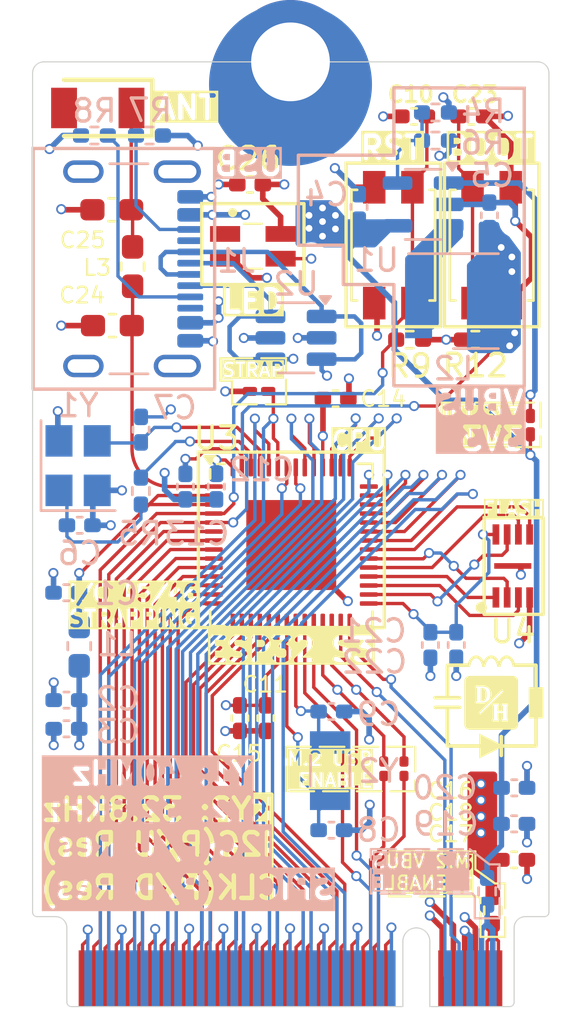
<source format=kicad_pcb>
(kicad_pcb (version 20240108) (generator "pcbnew") (generator_version "8.0")
  (layers (0 "F.Cu" signal "Top") (1 "In1.Cu" power "GND") (2 "In2.Cu" power "VCC") (31 "B.Cu" signal "Bottom") (34 "B.Paste" user) (35 "F.Paste" user) (36 "B.SilkS" user "B.Silkscreen") (37 "F.SilkS" user "F.Silkscreen") (38 "B.Mask" user) (39 "F.Mask" user) (44 "Edge.Cuts" user))
  (net 0 "")
  (net 1 "VBUS")
  (net 2 "Earth")
  (net 3 "+3V3")
  (net 4 "/OSC_IN")
  (net 5 "/OSC_OUT")
  (net 6 "/OSC32_IN")
  (net 7 "/OSC32_OUT")
  (net 8 "VDD_SPI")
  (net 9 "/USB_D+")
  (net 10 "/USB_CC1")
  (net 11 "/USB_CC2")
  (net 12 "/USB_D-")
  (net 13 "/M.2_USB_D-")
  (net 14 "/M.2_USB_D+")
  (net 15 "/FLASH_QSPI_nCS")
  (net 16 "/FLASH_QSPI_CLK")
  (net 17 "/RF1")
  (net 18 "/RF2")
  (net 19 "/FLASH_QSPI_DI")
  (net 20 "/FLASH_QSPI_nH")
  (net 21 "/FLASH_QSPI_nWP")
  (net 22 "/FLASH_QSPI_DO")
  (net 23 "+3V3_RF")
  (net 24 "/CHIP_PU")
  (net 25 "/CHIP_BOOT")
  (net 26 "Net-(C6-Pad1)")
  (net 29 "/GPIO33")
  (net 30 "/GPIO18")
  (net 31 "/GPIO9")
  (net 32 "/GPIO2")
  (net 33 "/GPIO5")
  (net 34 "/GPIO8")
  (net 35 "/GPIO7")
  (net 36 "/GPIO13")
  (net 37 "/GPIO3")
  (net 38 "/GPIO10")
  (net 39 "/GPIO35")
  (net 40 "/GPIO21")
  (net 41 "/SPICLK_P")
  (net 42 "/MTCK")
  (net 43 "/GPIO37")
  (net 44 "/GPIO17")
  (net 45 "/MTDO")
  (net 46 "/GPIO12")
  (net 47 "/GPIO34")
  (net 48 "/GPIO4")
  (net 49 "/U0RXD")
  (net 50 "/U0TXD")
  (net 51 "/SPICS1")
  (net 52 "/GPIO1")
  (net 53 "/MTDI")
  (net 54 "/GPIO36")
  (net 55 "/GPIO46")
  (net 56 "/GPIO14")
  (net 57 "/SPICLK_N")
  (net 58 "/MTMS")
  (net 59 "/GPIO6")
  (net 61 "/GPIO38")
  (net 62 "/GPIO11")
  (net 63 "/GPIO45")
  (net 64 "Net-(U1-SW)")
  (net 65 "Net-(U1-FB)")
  (net 68 "Net-(U1-EN)")
  (net 69 "Net-(J2-1)")
  (net 70 "Net-(J2-2)")
  (footprint "Capacitor_SMD:C_0402_1005Metric_Pad0.74x0.62mm_HandSolder" (layer "F.Cu") (at 230.9075 106.075)
    (property "Reference" "C14")
    (property "Value" "100n")
  )
  (footprint "Resistor_SMD:R_0201_0603Metric" (layer "F.Cu") (at 233.05 122.525 -90)
    (property "Reference" "R1" (hide yes))
    (property "Value" "22R")
  )
  (footprint "LOGO" (layer "F.Cu") (at 237.7 119.775)
    (property "Reference" "G***" (hide yes))
    (property "Value" "LOGO" (hide yes))
  )
  (footprint "Inductor_SMD:L_0603_1608Metric_Pad1.05x0.95mm_HandSolder" (layer "F.Cu") (at 221.875 100.2 90)
    (property "Reference" "L3")
    (property "Value" "2n2")
  )
  (footprint "Package_DFN_QFN:QFN-56-1EP_7x7mm_P0.4mm_EP4x4mm" (layer "F.Cu") (at 228.935 112.58)
    (property "Reference" "U3")
    (property "Value" "ESP32-S3R8")
  )
  (footprint "Capacitor_SMD:C_0603_1608Metric_Pad1.08x0.95mm_HandSolder" (layer "F.Cu") (at 220.95 97.675 180)
    (property "Reference" "C25")
    (property "Value" "3p3")
  )
  (footprint "PCB_Lib_DaanHeetkamp_KiCad:WS2812C2020" (layer "F.Cu") (at 227.225 99.3 180)
    (property "Reference" "LED")
    (property "Value" "WS2812C-2020" (hide yes))
  )
  (footprint "Capacitor_SMD:C_0402_1005Metric_Pad0.74x0.62mm_HandSolder" (layer "F.Cu") (at 227.1 96.55 180)
    (property "Reference" "C26")
    (property "Value" "100n")
  )
  (footprint "Capacitor_SMD:C_0402_1005Metric_Pad0.74x0.62mm_HandSolder" (layer "F.Cu") (at 226.65 120.275 -90)
    (property "Reference" "C15")
    (property "Value" "100n")
  )
  (footprint "Button_Switch_SMD:SW_SPST_EVQP2" (layer "F.Cu") (at 233.475 99.25 90)
    (property "Reference" "RST")
    (property "Value" "SW_RST")
  )
  (footprint "Resistor_SMD:R_0201_0603Metric_Pad0.64x0.40mm_HandSolder" (layer "F.Cu") (at 239.575 107.25 90)
    (property "Reference" "R3" (hide yes))
    (property "Value" "10k")
  )
  (footprint "PCB_Lib_DaanHeetkamp_KiCad:USON-8-2X3_P0.6mm" (layer "F.Cu") (at 238.79 113.51 90)
    (property "Reference" "U4")
    (property "Value" "W25Q16JVUXIQ" (hide yes))
  )
  (footprint "Resistor_SMD:R_0402_1005Metric_Pad0.72x0.64mm_HandSolder" (layer "F.Cu") (at 237.9 128.825 -90)
    (property "Reference" "R10" (hide yes))
    (property "Value" "10k")
  )
  (footprint "Capacitor_SMD:C_0402_1005Metric_Pad0.74x0.62mm_HandSolder" (layer "F.Cu") (at 238.85 126.575)
    (property "Reference" "C17")
    (property "Value" "100n")
  )
  (footprint "Capacitor_SMD:C_0603_1608Metric_Pad1.08x0.95mm_HandSolder" (layer "F.Cu") (at 220.975 102.825 180)
    (property "Reference" "C24")
    (property "Value" "3p3")
  )
  (footprint "SamacSys_Parts:ANTC3216X140N" (layer "F.Cu") (at 220.325 93.15 180)
    (property "Reference" "ANT1" (hide yes))
    (property "Value" "2450AT18B100E" (hide yes))
  )
  (footprint "Resistor_SMD:R_0402_1005Metric_Pad0.72x0.64mm_HandSolder" (layer "F.Cu") (at 237.125 103.45)
    (property "Reference" "R12")
    (property "Value" "10k")
  )
  (footprint "Capacitor_SMD:C_0402_1005Metric_Pad0.74x0.62mm_HandSolder" (layer "F.Cu") (at 227.8 120.275 -90)
    (property "Reference" "C11")
    (property "Value" "1u")
  )
  (footprint "Capacitor_SMD:C_0402_1005Metric_Pad0.74x0.62mm_HandSolder" (layer "F.Cu") (at 238.8575 123.375)
    (property "Reference" "C16")
    (property "Value" "4u7")
  )
  (footprint "Resistor_SMD:R_0201_0603Metric_Pad0.64x0.40mm_HandSolder" (layer "F.Cu") (at 227.5 105.75)
    (property "Reference" "R13" (hide yes))
    (property "Value" "10k")
  )
  (footprint "Resistor_SMD:R_0201_0603Metric" (layer "F.Cu") (at 233.95 122.525 -90)
    (property "Reference" "R2" (hide yes))
    (property "Value" "22R" (hide yes))
  )
  (footprint "Capacitor_SMD:C_0402_1005Metric_Pad0.74x0.62mm_HandSolder" (layer "F.Cu") (at 238.8575 124.975)
    (property "Reference" "C18")
    (property "Value" "100n")
  )
  (footprint "M.2-Card-Footprints:M.2-B-KEY" (layer "F.Cu") (at 228.9 133.1)
    (property "Reference" "J2" (hide yes))
    (property "Value" "M.2-B-KEY" (hide yes))
    (fp_line (start -11.475 -41.5) (end -11.475 -4.2) (stroke (width 0.05)) (layer "Edge.Cuts"))
    (fp_line (start -11.275 -4) (end -10.45 -4) (stroke (width 0.05)) (layer "Edge.Cuts"))
    (fp_line (start -9.95 -3.5) (end -9.95 -0.2) (stroke (width 0.05)) (layer "Edge.Cuts"))
    (fp_line (start -9.75 0) (end 5 0) (stroke (width 0.05)) (layer "Edge.Cuts"))
    (fp_line (start 5 -2.9) (end 5 0) (stroke (width 0.05)) (layer "Edge.Cuts"))
    (fp_line (start 6.2 -2.9) (end 6.2 0) (stroke (width 0.05)) (layer "Edge.Cuts"))
    (fp_line (start 6.2 0) (end 9.75 0) (stroke (width 0.05)) (layer "Edge.Cuts"))
    (fp_line (start 9.95 -0.2) (end 9.95 -3.5) (stroke (width 0.05)) (layer "Edge.Cuts"))
    (fp_line (start 10.45 -4) (end 11.3 -4) (stroke (width 0.05)) (layer "Edge.Cuts"))
    (fp_line (start 11 -42) (end -10.975 -42) (stroke (width 0.05)) (layer "Edge.Cuts"))
    (fp_line (start 11.5 -4.2) (end 11.5 -41.5) (stroke (width 0.05)) (layer "Edge.Cuts"))
    (fp_arc (start -11.475 -41.5) (mid -11.328553 -41.853553) (end -10.975 -42) (stroke (width 0.05)) (layer "Edge.Cuts"))
    (fp_arc (start -11.275 -4) (mid -11.416421 -4.058579) (end -11.475 -4.2) (stroke (width 0.05)) (layer "Edge.Cuts"))
    (fp_arc (start -10.45 -4) (mid -10.096447 -3.853553) (end -9.95 -3.5) (stroke (width 0.05)) (layer "Edge.Cuts"))
    (fp_arc (start -9.75 0) (mid -9.891421 -0.058579) (end -9.95 -0.2) (stroke (width 0.05)) (layer "Edge.Cuts"))
    (fp_arc (start 5 -2.9) (mid 5.175736 -3.324264) (end 5.6 -3.5) (stroke (width 0.05)) (layer "Edge.Cuts"))
    (fp_arc (start 5.6 -3.5) (mid 6.024264 -3.324264) (end 6.2 -2.9) (stroke (width 0.05)) (layer "Edge.Cuts"))
    (fp_arc (start 9.95 -3.5) (mid 10.096447 -3.853553) (end 10.45 -4) (stroke (width 0.05)) (layer "Edge.Cuts"))
    (fp_arc (start 9.95 -0.2) (mid 9.891421 -0.058579) (end 9.75 0) (stroke (width 0.05)) (layer "Edge.Cuts"))
    (fp_arc (start 11 -42) (mid 11.353553 -41.853553) (end 11.5 -41.5) (stroke (width 0.05)) (layer "Edge.Cuts"))
    (fp_arc (start 11.5 -4.2) (mid 11.441421 -4.058579) (end 11.3 -4) (stroke (width 0.05)) (layer "Edge.Cuts"))
  )
  (footprint "Resistor_SMD:R_0402_1005Metric_Pad0.72x0.64mm_HandSolder" (layer "F.Cu") (at 234.2 103.45 180)
    (property "Reference" "R9")
    (property "Value" "10k")
  )
  (footprint "Capacitor_SMD:C_0402_1005Metric_Pad0.74x0.62mm_HandSolder" (layer "F.Cu") (at 234.4 93.525 180)
    (property "Reference" "C10")
    (property "Value" "100n")
  )
  (footprint "Capacitor_SMD:C_0402_1005Metric_Pad0.74x0.62mm_HandSolder" (layer "F.Cu") (at 236.95 93.525)
    (property "Reference" "C23")
    (property "Value" "100n")
  )
  (footprint "Button_Switch_SMD:SW_SPST_EVQP2" (layer "F.Cu") (at 237.85 99.25 -90)
    (property "Reference" "BOOT")
    (property "Value" "SW_BOOT")
  )
  (footprint "Package_TO_SOT_SMD:SOT-23-5" (layer "B.Cu") (at 234.8 97.4375 180)
    (property "Reference" "U1")
    (property "Value" "TLV62568DBV")
  )
  (footprint "Crystal:Crystal_SMD_3215-2Pin_3.2x1.5mm" (layer "B.Cu") (at 230.665 122.61 -90)
    (property "Reference" "Y2")
    (property "Value" "32.768KHz")
  )
  (footprint "Resistor_SMD:R_0402_1005Metric_Pad0.72x0.64mm_HandSolder" (layer "B.Cu") (at 235.35 94.6)
    (property "Reference" "R6")
    (property "Value" "100k")
  )
  (footprint "Capacitor_SMD:C_0402_1005Metric_Pad0.74x0.62mm_HandSolder" (layer "B.Cu") (at 218.9325 119.475 180)
    (property "Reference" "C2")
    (property "Value" "100n")
  )
  (footprint "Capacitor_SMD:C_0402_1005Metric_Pad0.74x0.62mm_HandSolder" (layer "B.Cu") (at 236.275 117.025 -90)
    (property "Reference" "C22")
    (property "Value" "1u")
  )
  (footprint "Inductor_SMD:L_0603_1608Metric_Pad1.05x0.95mm_HandSolder" (layer "B.Cu") (at 219.5 117.075 -90)
    (property "Reference" "L1")
    (property "Value" "2n2")
  )
  (footprint "Capacitor_SMD:C_0402_1005Metric_Pad0.74x0.62mm_HandSolder" (layer "B.Cu") (at 225.6 109.9825 -90)
    (property "Reference" "C12")
    (property "Value" "100n")
  )
  (footprint "Capacitor_SMD:C_0402_1005Metric_Pad0.74x0.62mm_HandSolder" (layer "B.Cu") (at 238.8575 123.375)
    (property "Reference" "C20")
    (property "Value" "4u7")
  )
  (footprint "Crystal:Crystal_SMD_3225-4Pin_3.2x2.5mm" (layer "B.Cu") (at 219.45 109.05 90)
    (property "Reference" "Y1")
    (property "Value" "40MHz")
  )
  (footprint "Capacitor_SMD:C_0402_1005Metric_Pad0.74x0.62mm_HandSolder" (layer "B.Cu") (at 237.75 97.925 90)
    (property "Reference" "C5")
    (property "Value" "10u")
  )
  (footprint "Capacitor_SMD:C_0402_1005Metric_Pad0.74x0.62mm_HandSolder" (layer "B.Cu") (at 222.25 107.45 90)
    (property "Reference" "C7")
    (property "Value" "10p")
  )
  (footprint "Capacitor_SMD:C_0402_1005Metric_Pad0.74x0.62mm_HandSolder" (layer "B.Cu") (at 231.95 97.55 90)
    (property "Reference" "C4")
    (property "Value" "4u7")
  )
  (footprint "Resistor_SMD:R_0402_1005Metric_Pad0.72x0.64mm_HandSolder" (layer "B.Cu") (at 220.175 94.375 180)
    (property "Reference" "R8")
    (property "Value" "5k1")
  )
  (footprint "Resistor_SMD:R_0402_1005Metric_Pad0.72x0.64mm_HandSolder" (layer "B.Cu") (at 235.35 93.35 180)
    (property "Reference" "R4")
    (property "Value" "450k")
  )
  (footprint "Package_TO_SOT_SMD:SOT-23-6" (layer "B.Cu") (at 229.146695 103.368514 180)
    (property "Reference" "U2")
    (property "Value" "USBLC6-2SC6")
  )
  (footprint "Capacitor_SMD:C_0402_1005Metric_Pad0.74x0.62mm_HandSolder" (layer "B.Cu") (at 238.85 124.975)
    (property "Reference" "C19")
    (property "Value" "100n")
  )
  (footprint "Capacitor_SMD:C_0402_1005Metric_Pad0.74x0.62mm_HandSolder" (layer "B.Cu") (at 218.9325 120.75 180)
    (property "Reference" "C3")
    (property "Value" "10u")
  )
  (footprint "Resistor_SMD:R_0402_1005Metric_Pad0.72x0.64mm_HandSolder" (layer "B.Cu") (at 222.243071 110.181371 -90)
    (property "Reference" "R5")
    (property "Value" "22R")
  )
  (footprint "Resistor_SMD:R_0402_1005Metric_Pad0.72x0.64mm_HandSolder" (layer "B.Cu") (at 222.625 94.375)
    (property "Reference" "R7")
    (property "Value" "5k1")
  )
  (footprint "Capacitor_SMD:C_0402_1005Metric_Pad0.74x0.62mm_HandSolder" (layer "B.Cu") (at 218.925 114.7 180)
    (property "Reference" "C1")
    (property "Value" "100n")
  )
  (footprint "Capacitor_SMD:C_0402_1005Metric_Pad0.74x0.62mm_HandSolder" (layer "B.Cu") (at 219.52071 111.701651)
    (property "Reference" "C6")
    (property "Value" "10p")
  )
  (footprint "Inductor_SMD_Wurth:L_Wurth_WE-LQSH-4020" (layer "B.Cu") (at 236.15 101.7375)
    (property "Reference" "L2")
    (property "Value" "2u2")
  )
  (footprint "Capacitor_SMD:C_0402_1005Metric_Pad0.74x0.62mm_HandSolder" (layer "B.Cu") (at 230.72 125.2575)
    (property "Reference" "C8")
    (property "Value" "20p")
  )
  (footprint "Resistor_SMD:R_0402_1005Metric_Pad0.72x0.64mm_HandSolder" (layer "B.Cu") (at 237.65 127.975 90)
    (property "Reference" "R11" (hide yes))
    (property "Value" "10k")
  )
  (footprint "Connector_USB:USB_C_Receptacle_GCT_USB4105-xx-A_16P_TopMnt_Horizontal" (layer "B.Cu") (at 220.76 100.3 90)
    (property "Reference" "J1")
    (property "Value" "USB_C_Receptacle_USB2.0")
  )
  (footprint "Capacitor_SMD:C_0402_1005Metric_Pad0.74x0.62mm_HandSolder" (layer "B.Cu") (at 224.225 109.9825 -90)
    (property "Reference" "C13")
    (property "Value" "100n")
  )
  (footprint "Capacitor_SMD:C_0402_1005Metric_Pad0.74x0.62mm_HandSolder" (layer "B.Cu") (at 235.125 117.025 -90)
    (property "Reference" "C21")
    (property "Value" "100n")
  )
  (footprint "Capacitor_SMD:C_0402_1005Metric_Pad0.74x0.62mm_HandSolder" (layer "B.Cu") (at 230.72 119.9825)
    (property "Reference" "C9")
    (property "Value" "20p")
  )
  (gr_poly (pts (xy 239.3 92.275) (xy 239.3 105.525) (xy 233.5 105.5) (xy 233.5 101) (xy 231.25 101) (xy 231.25 99.25) (xy 229.25 99.25) (xy 229.25 95.25) (xy 233.5 95.25) (xy 233.5 92.25)) (stroke (width 0.15)) (fill none) (layer "B.SilkS"))
  (gr_rect (start 217.45 94.95) (end 225.525 105.65) (stroke (width 0.15)) (fill none) (layer "B.SilkS"))
  (gr_poly (pts (xy 232.475 126.1) (xy 236.875 126.1) (xy 237.75 126.775) (xy 238.2 126.775) (xy 238.2 129.175) (xy 237.1 129.175) (xy 237.1 128.2) (xy 237 128.075) (xy 232.475 128.075)) (stroke (width 0.1) (type dash)) (fill none) (layer "B.SilkS"))
  (gr_rect (start 218.075 123.675) (end 228.05 128.5) (stroke (width 0.2)) (fill none) (layer "F.SilkS"))
  (gr_rect (start 235.75 95.602293) (end 239.950587 102.875) (stroke (width 0.15)) (fill none) (layer "F.SilkS"))
  (gr_poly (pts (xy 233.3 126.2) (xy 237.125 126.2) (xy 237.125 127) (xy 238 127.625) (xy 238.45 127.625) (xy 238.45 130) (xy 237.35 130) (xy 237.35 128.3) (xy 237.25 128.2) (xy 233.3 128.2)) (stroke (width 0.1) (type dash)) (fill none) (layer "F.SilkS"))
  (gr_rect (start 235.625 106.25) (end 240.025 108.225) (stroke (width 0.1) (type dash)) (fill none) (layer "F.SilkS"))
  (gr_rect (start 237.517131 111.367403) (end 240.142718 115.662816) (stroke (width 0.15)) (fill none) (layer "F.SilkS"))
  (gr_rect (start 225.275247 116.225) (end 232.597686 116.525) (stroke (width 0.1)) (fill solid) (layer "F.SilkS"))
  (gr_poly (pts (xy 226.65 104.275) (xy 225.775 104.275) (xy 225.775 105.275) (xy 226.3 105.275) (xy 226.3 106.325) (xy 228.7 106.325) (xy 228.7 104.275)) (stroke (width 0.1) (type dash)) (fill none) (layer "F.SilkS"))
  (gr_rect (start 231.374413 95.602293) (end 235.575 102.875) (stroke (width 0.15)) (fill none) (layer "F.SilkS"))
  (gr_rect (start 228.7 121.55) (end 234.45 123.525) (stroke (width 0.1) (type dash)) (fill none) (layer "F.SilkS"))
  (gr_rect (start 224.8 108.45) (end 233.075 116.25) (stroke (width 0.15)) (fill none) (layer "F.SilkS"))
  (gr_rect (start 224.95 97.402293) (end 229.500587 101) (stroke (width 0.15)) (fill none) (layer "F.SilkS"))
  (gr_text "M.2 VBUS\nENABLE\n" (at 232.5 127.95 0) (layer "B.SilkS" knockout) (effects (font (size 0.6 0.6) (thickness 0.1) (bold yes)) (justify right bottom mirror)))
  (gr_text "Y1: 40MHz\nY2: 32.8KHz" (at 227.27238 124.931251 0) (layer "B.SilkS" knockout) (effects (font (size 1 1) (thickness 0.2) (bold yes)) (justify left bottom mirror)))
  (gr_text "USB" (at 228.675 96.225 0) (layer "B.SilkS" knockout) (effects (font (size 1 1) (thickness 0.2)) (justify left bottom mirror)))
  (gr_text "SPICLK(P/D Res)" (at 230.986905 128.4 0) (layer "B.SilkS" knockout) (effects (font (size 1 1) (thickness 0.2) (bold yes)) (justify left bottom mirror)))
  (gr_text "VBUS\n3V3\n" (at 239.375 108.45 0) (layer "B.SilkS" knockout) (effects (font (size 1 1) (thickness 0.2)) (justify left bottom mirror)))
  (gr_text "I2C(P/U Res)" (at 228.225 126.475 0) (layer "B.SilkS" knockout) (effects (font (size 1 1) (thickness 0.2)) (justify left bottom mirror)))
  (gr_text "INT 3V3\nENABLE\n" (at 239.25 108.1 0) (layer "F.SilkS" knockout) (effects (font (size 0.6 0.6) (thickness 0.1) (bold yes)) (justify right bottom)))
  (gr_text "M.2 3V3\nENABLE\n" (at 237.1 128.05 0) (layer "F.SilkS" knockout) (effects (font (size 0.6 0.6) (thickness 0.1) (bold yes)) (justify right bottom)))
  (gr_text "ESP32 S3" (at 225.0663 117.826431 0) (layer "F.SilkS" knockout) (effects (font (size 1 1) (thickness 0.2) (bold yes)) (justify left bottom)))
  (gr_text "M.2 USB\nENABLE\n" (at 232.625 123.4 0) (layer "F.SilkS" knockout) (effects (font (size 0.6 0.6) (thickness 0.1) (bold yes)) (justify right bottom)))
  (gr_text "FLASH" (at 237.415495 111.32347 0) (layer "F.SilkS" knockout) (effects (font (size 0.6 0.6) (thickness 0.1) (bold yes)) (justify left bottom)))
  (gr_text "ESP32S3.M.2\nD.Heetkamp\n17-4-24" (at 218.05 128.325 0) (layer "F.SilkS" knockout) (effects (font (size 1 1) (thickness 0.2)) (justify left bottom)))
  (gr_text "STRAP" (at 228.675 105.15 0) (layer "F.SilkS" knockout) (effects (font (size 0.6 0.6) (thickness 0.1) (bold yes)) (justify right bottom)))
  (gr_text "CPU" (at 230.64 108.406436 0) (layer "F.SilkS" knockout) (effects (font (size 0.8 0.8)) (justify left bottom)))
  (gr_text "I/O 45/46  \nSTRAPPING " (at 218.947704 116.265 0) (layer "F.SilkS" knockout) (effects (font (size 0.7 0.7) (thickness 0.15) (bold yes)) (justify left bottom)))
  (gr_text "ANT" (at 222.775 93.725 0) (layer "F.SilkS" knockout) (effects (font (size 1 1) (thickness 0.2)) (justify left bottom)))
  (segment (start 239.575 107.6575) (end 239.575 108.575) (width 0.15) (layer "F.Cu") (net 1))
  (via (at 230.325 98.85) (size 0.45) (drill 0.3) (layers "F.Cu" "B.Cu") (net 1))
  (via (at 230.325 97.595997) (size 0.45) (drill 0.3) (layers "F.Cu" "B.Cu") (net 1))
  (via (at 225.7 101.75) (size 0.45) (drill 0.3) (layers "F.Cu" "B.Cu") (net 1))
  (via (at 225.7 102.475) (size 0.45) (drill 0.3) (layers "F.Cu" "B.Cu") (net 1))
  (via (at 230.9 98.529003) (size 0.45) (drill 0.3) (layers "F.Cu" "B.Cu") (net 1))
  (via (at 226.825 103.375) (size 0.45) (drill 0.3) (layers "F.Cu" "B.Cu") (net 1))
  (via (at 239.575 108.575) (size 0.45) (drill 0.3) (layers "F.Cu" "B.Cu") (net 1))
  (via (at 226.875 97.9) (size 0.45) (drill 0.3) (layers "F.Cu" "B.Cu") (net 1))
  (via (at 230.9 97.925) (size 0.45) (drill 0.3) (layers "F.Cu" "B.Cu") (net 1))
  (via (at 230.325 98.2) (size 0.45) (drill 0.3) (layers "F.Cu" "B.Cu") (net 1))
  (via (at 229.725 98.5) (size 0.45) (drill 0.3) (layers "F.Cu" "B.Cu") (net 1))
  (via (at 225.425 97.9) (size 0.45) (drill 0.3) (layers "F.Cu" "B.Cu") (net 1))
  (via (at 229.725 97.925) (size 0.45) (drill 0.3) (layers "F.Cu" "B.Cu") (net 1))
  (segment (start 237.65 126.575) (end 237.65 127.4025) (width 0.25) (layer "B.Cu") (net 1))
  (segment (start 238.29 123.375) (end 238.29 124.9675) (width 0.25) (layer "B.Cu") (net 1))
  (segment (start 226.875 97.9) (end 225.425 97.9) (width 0.25) (layer "B.Cu") (net 1))
  (segment (start 238.29 123.375) (end 238.29 121.035) (width 0.25) (layer "B.Cu") (net 1))
  (segment (start 238.29 121.035) (end 239.85 119.475) (width 0.25) (layer "B.Cu") (net 1))
  (segment (start 239.85 108.85) (end 237.15 106.15) (width 0.25) (layer "B.Cu") (net 1))
  (segment (start 225.7 102.475) (end 225.7 101.75) (width 0.25) (layer "B.Cu") (net 1))
  (segment (start 224.44 97.9) (end 225.523455 97.9) (width 0.25) (layer "B.Cu") (net 1))
  (segment (start 233.525 101.8) (end 231.55 99.825) (width 0.25) (layer "B.Cu") (net 1))
  (segment (start 225.7 102.475) (end 225.5 102.675) (width 0.25) (layer "B.Cu") (net 1))
  (segment (start 239.85 119.475) (end 239.85 108.85) (width 0.25) (layer "B.Cu") (net 1))
  (segment (start 231.95 98.1175) (end 232.1325 98.3) (width 0.25) (layer "B.Cu") (net 1))
  (segment (start 238.2825 125.9425) (end 237.65 126.575) (width 0.25) (layer "B.Cu") (net 1))
  (segment (start 225.523455 97.9) (end 225.541872 97.881583) (width 0.25) (layer "B.Cu") (net 1))
  (segment (start 233.575 98.3) (end 233.6625 98.3875) (width 0.25) (layer "B.Cu") (net 1))
  (segment (start 235.775 106.15) (end 233.525 103.9) (width 0.25) (layer "B.Cu") (net 1))
  (segment (start 225.475 102.7) (end 224.44 102.7) (width 0.25) (layer "B.Cu") (net 1))
  (segment (start 238.2825 124.975) (end 238.2825 125.9425) (width 0.25) (layer "B.Cu") (net 1))
  (segment (start 238.29 124.9675) (end 238.2825 124.975) (width 0.25) (layer "B.Cu") (net 1))
  (segment (start 228.002709 103.375) (end 226.825 103.375) (width 0.25) (layer "B.Cu") (net 1))
  (segment (start 231.55 99.825) (end 231.55 99.125) (width 0.25) (layer "B.Cu") (net 1))
  (segment (start 238.29 123.375) (end 238.29 124.505) (width 0.25) (layer "B.Cu") (net 1))
  (segment (start 237.15 106.15) (end 235.775 106.15) (width 0.25) (layer "B.Cu") (net 1))
  (segment (start 228.009195 103.368514) (end 228.002709 103.375) (width 0.25) (layer "B.Cu") (net 1))
  (segment (start 233.525 103.9) (end 233.525 101.8) (width 0.25) (layer "B.Cu") (net 1))
  (segment (start 231.89 130.11) (end 231.89 129.7175) (width 0.15) (layer "F.Cu") (net 2))
  (segment (start 222.64 131.87) (end 222.64 130.36) (width 0.15) (layer "F.Cu") (net 2))
  (segment (start 236.65 131.85) (end 236.65 129.725) (width 0.25) (layer "F.Cu") (net 2))
  (segment (start 227.39 129.6975) (end 227.38 129.6875) (width 0.15) (layer "F.Cu") (net 2))
  (segment (start 238.7 101.825) (end 238.7 101.625) (width 0.25) (layer "F.Cu") (net 2))
  (segment (start 239.425 123.375) (end 239.425 122.4) (width 0.25) (layer "F.Cu") (net 2))
  (segment (start 231.89 129.7175) (end 231.865 129.6925) (width 0.15) (layer "F.Cu") (net 2))
  (segment (start 239.075 116.95) (end 239.54 116.485) (width 0.25) (layer "F.Cu") (net 2))
  (segment (start 237.125 129.595997) (end 237.125 131.825) (width 0.25) (layer "F.Cu") (net 2))
  (segment (start 239.425 127.425) (end 239.425 126.5825) (width 0.25) (layer "F.Cu") (net 2))
  (segment (start 238.7 94.7075) (end 237.5175 93.525) (width 0.25) (layer "F.Cu") (net 2))
  (segment (start 231.635 130.365) (end 231.89 130.11) (width 0.15) (layer "F.Cu") (net 2))
  (segment (start 219.88 130.12) (end 219.88 129.6775) (width 0.15) (layer "F.Cu") (net 2))
  (segment (start 221.15 130.35) (end 221.39 130.11) (width 0.15) (layer "F.Cu") (net 2))
  (segment (start 225.915 129.7325) (end 225.87 129.6875) (width 0.15) (layer "F.Cu") (net 2))
  (segment (start 224.14 130.36) (end 224.39 130.11) (width 0.15) (layer "F.Cu") (net 2))
  (segment (start 231.5 105.175) (end 231.5 106.05) (width 0.25) (layer "F.Cu") (net 2))
  (segment (start 235.65 131.85) (end 235.65 129.6) (width 0.25) (layer "F.Cu") (net 2))
  (segment (start 239.625 98.9) (end 238.9 98.175) (width 0.25) (layer "F.Cu") (net 2))
  (segment (start 236.15 129.495997) (end 236.15 131.85) (width 0.25) (layer "F.Cu") (net 2))
  (segment (start 233.025 93.525) (end 233.8325 93.525) (width 0.25) (layer "F.Cu") (net 2))
  (segment (start 218.725 97.675) (end 218.7 97.65) (width 0.25) (layer "F.Cu") (net 2))
  (segment (start 238.9 98.175) (end 238.9 96.875) (width 0.25) (layer "F.Cu") (net 2))
  (segment (start 219.65 130.35) (end 219.88 130.12) (width 0.15) (layer "F.Cu") (net 2))
  (segment (start 233.385 129.7025) (end 233.375 129.6925) (width 0.15) (layer "F.Cu") (net 2))
  (segment (start 230.875 95.825) (end 231.725 96.675) (width 0.25) (layer "F.Cu") (net 2))
  (segment (start 225.915 130.085) (end 225.915 129.7325) (width 0.15) (layer "F.Cu") (net 2))
  (segment (start 226.5325 96.55) (end 225.7 96.55) (width 0.25) (layer "F.Cu") (net 2))
  (segment (start 221.15 131.86) (end 221.15 130.35) (width 0.15) (layer "F.Cu") (net 2))
  (segment (start 232.75 101.95) (end 232.625 101.825) (width 0.25) (layer "F.Cu") (net 2))
  (segment (start 225.64 131.87) (end 225.64 130.36) (width 0.15) (layer "F.Cu") (net 2))
  (segment (start 228.935 112.585) (end 228.935 112.58) (width 0.25) (layer "F.Cu") (net 2))
  (segment (start 226 120.85) (end 226.0075 120.8425) (width 0.25) (layer "F.Cu") (net 2))
  (segment (start 222.64 130.36) (end 222.87 130.13) (width 0.15) (layer "F.Cu") (net 2))
  (segment (start 220.1125 102.825) (end 218.7 102.825) (width 0.25) (layer "F.Cu") (net 2))
  (segment (start 226.0075 120.8425) (end 226.65 120.8425) (width 0.25) (layer "F.Cu") (net 2))
  (segment (start 228.875 130.125) (end 228.875 129.6825) (width 0.15) (layer "F.Cu") (net 2))
  (segment (start 225.64 130.36) (end 225.915 130.085) (width 0.15) (layer "F.Cu") (net 2))
  (segment (start 238.575 93.5) (end 238.55 93.525) (width 0.25) (layer "F.Cu") (net 2))
  (segment (start 227.15 100.7) (end 226.3 99.85) (width 0.25) (layer "F.Cu") (net 2))
  (segment (start 230.145 130.355) (end 230.385 130.115) (width 0.15) (layer "F.Cu") (net 2))
  (segment (start 237.125 131.825) (end 237.15 131.85) (width 0.25) (layer "F.Cu") (net 2))
  (segment (start 233.135 130.365) (end 233.385 130.115) (width 0.15) (layer "F.Cu") (net 2))
  (segment (start 236.65 129.120997) (end 237.125 129.595997) (width 0.25) (layer "F.Cu") (net 2))
  (segment (start 226.3 99.85) (end 225.99 99.85) (width 0.25) (layer "F.Cu") (net 2))
  (segment (start 239.425 124.975) (end 239.425 125.8) (width 0.25) (layer "F.Cu") (net 2))
  (segment (start 235.65 129.6) (end 235.1 129.05) (width 0.25) (layer "F.Cu") (net 2))
  (segment (start 239.54 116.485) (end 239.54 114.91) (width 0.25) (layer "F.Cu") (net 2))
  (segment (start 235.1 128.445997) (end 236.15 129.495997) (width 0.25) (layer "F.Cu") (net 2))
  (segment (start 219.65 131.86) (end 219.65 130.35) (width 0.15) (layer "F.Cu") (net 2))
  (segment (start 238.55 93.525) (end 237.5175 93.525) (width 0.25) (layer "F.Cu") (net 2))
  (segment (start 230.385 130.115) (end 230.385 129.6825) (width 0.15) (layer "F.Cu") (net 2))
  (segment (start 239.425 126.5825) (end 239.4175 126.575) (width 0.25) (layer "F.Cu") (net 2))
  (segment (start 227.14 130.36) (end 227.39 130.11) (width 0.15) (layer "F.Cu") (net 2))
  (segment (start 239.625 100.7) (end 239.625 98.9) (width 0.25) (layer "F.Cu") (net 2))
  (segment (start 238.7 101.625) (end 239.625 100.7) (width 0.25) (layer "F.Cu") (net 2))
  (segment (start 224.39 130.11) (end 224.39 129.6975) (width 0.15) (layer "F.Cu") (net 2))
  (segment (start 227.14 131.87) (end 227.14 130.36) (width 0.15) (layer "F.Cu") (net 2))
  (segment (start 220.0875 97.675) (end 218.725 97.675) (width 0.25) (layer "F.Cu") (net 2))
  (segment (start 227.85 100.7) (end 227.15 100.7) (width 0.25) (layer "F.Cu") (net 2))
  (segment (start 231.5 106.05) (end 231.475 106.075) (width 0.25) (layer "F.Cu") (net 2))
  (segment (start 233.385 130.115) (end 233.385 129.7025) (width 0.15) (layer "F.Cu") (net 2))
  (segment (start 228.645 130.355) (end 228.875 130.125) (width 0.15) (layer "F.Cu") (net 2))
  (segment (start 231.725 96.675) (end 232.625 96.675) (width 0.25) (layer "F.Cu") (net 2))
  (segment (start 227.39 130.11) (end 227.39 129.6975) (width 0.15) (layer "F.Cu") (net 2))
  (segment (start 232.75 103.275) (end 232.75 101.95) (width 0.25) (layer "F.Cu") (net 2))
  (segment (start 238.9 96.875) (end 238.7 96.675) (width 0.25) (layer "F.Cu") (net 2))
  (segment (start 221.39 130.11) (end 221.39 129.6775) (width 0.15) (layer "F.Cu") (net 2))
  (segment (start 230.145 131.865) (end 230.145 130.355) (width 0.15) (layer "F.Cu") (net 2))
  (segment (start 224.39 129.6975) (end 224.38 129.6875) (width 0.15) (layer "F.Cu") (net 2))
  (segment (start 239.15 113.525) (end 239.15 113.9) (width 0.25) (layer "F.Cu") (net 2))
  (segment (start 228.645 131.865) (end 228.645 130.355) (width 0.15) (layer "F.Cu") (net 2))
  (segment (start 231.45 115.075) (end 231.425 115.075) (width 0.25) (layer "F.Cu") (net 2))
  (segment (start 238.7 96.675) (end 238.7 94.7075) (width 0.25) (layer "F.Cu") (net 2))
  (segment (start 233.135 131.875) (end 233.135 130.365) (width 0.15) (layer "F.Cu") (net 2))
  (segment (start 222.87 130.13) (end 222.87 129.6875) (width 0.15) (layer "F.Cu") (net 2))
  (segment (start 231.425 115.075) (end 228.935 112.585) (width 0.25) (layer "F.Cu") (net 2))
  (segment (start 224.14 131.87) (end 224.14 130.36) (width 0.15) (layer "F.Cu") (net 2))
  (segment (start 226.65 120.8425) (end 227.8 120.8425) (width 0.25) (layer "F.Cu") (net 2))
  (segment (start 231.635 131.875) (end 231.635 130.365) (width 0.15) (layer "F.Cu") (net 2))
  (via (at 222.88 129.65) (size 0.45) (drill 0.3) (layers "F.Cu" "B.Cu") (net 2))
  (via (at 235.525 95.275) (size 0.45) (drill 0.3) (layers "F.Cu" "B.Cu") (net 2))
  (via (at 239.15 113.9) (size 0.45) (drill 0.3) (layers "F.Cu" "B.Cu") (net 2))
  (via (at 218.7 97.65) (size 0.45) (drill 0.3) (layers "F.Cu" "B.Cu") (net 2))
  (via (at 224.39 129.635) (size 0.45) (drill 0.3) (layers "F.Cu" "B.Cu") (net 2))
  (via (at 232.425 124.125) (size 0.45) (drill 0.3) (layers "F.Cu" "B.Cu") (net 2))
  (via (at 230.875 95.825) (size 0.45) (drill 0.3) (layers "F.Cu" "B.Cu") (net 2))
  (via (at 218.548439 106.630888) (size 0.45) (drill 0.3) (layers "F.Cu" "B.Cu") (net 2))
  (via (at 218.365 121.475) (size 0.45) (drill 0.3) (layers "F.Cu" "B.Cu") (net 2))
  (via (at 231.5 105.175) (size 0.45) (drill 0.3) (layers "F.Cu" "B.Cu") (net 2))
  (via (at 238.575 93.5) (size 0.45) (drill 0.3) (layers "F.Cu" "B.Cu") (net 2))
  (via (at 218.365 118.69) (size 0.45) (drill 0.3) (layers "F.Cu" "B.Cu") (net 2))
  (via (at 225.375 97.1) (size 0.45) (drill 0.3) (layers "F.Cu" "B.Cu") (net 2))
  (via (at 227.85 100.7) (size 0.45) (drill 0.3) (layers "F.Cu" "B.Cu") (net 2))
  (via (at 236.275 118.4) (size 0.45) (drill 0.3) (layers "F.Cu" "B.Cu") (net 2))
  (via (at 232.75 103.275) (size 0.45) (drill 0.3) (layers "F.Cu" "B.Cu") (net 2))
  (via (at 239.425 122.4) (size 0.45) (drill 0.3) (layers "F.Cu" "B.Cu") (net 2))
  (via (at 218.7 102.825) (size 0.45) (drill 0.3) (layers "F.Cu" "B.Cu") (net 2))
  (via (at 233.39 129.5825) (size 0.45) (drill 0.3) (layers "F.Cu" "B.Cu") (net 2))
  (via (at 219.88 129.6775) (size 0.45) (drill 0.3) (layers "F.Cu" "B.Cu") (net 2))
  (via (at 236.65 129.725) (size 0.45) (drill 0.3) (layers "F.Cu" "B.Cu") (net 2))
  (via (at 225.915 129.6325) (size 0.45) (drill 0.3) (layers "F.Cu" "B.Cu") (net 2))
  (via (at 239.425 125.8) (size 0.45) (drill 0.3) (layers "F.Cu" "B.Cu") (net 2))
  (via (at 231.45 115.075) (size 0.45) (drill 0.3) (layers "F.Cu" "B.Cu") (net 2))
  (via (at 228.88 129.625) (size 0.45) (drill 0.3) (layers "F.Cu" "B.Cu") (net 2))
  (via (at 220.899569 111.701651) (size 0.45) (drill 0.3) (layers "F.Cu" "B.Cu") (net 2))
  (via (at 218.35 113.825) (size 0.45) (drill 0.3) (layers "F.Cu" "B.Cu") (net 2))
  (via (at 223.575 106.55) (size 0.45) (drill 0.3) (layers "F.Cu" "B.Cu") (net 2))
  (via (at 238.9 98.175) (size 0.45) (drill 0.3) (layers "F.Cu" "B.Cu") (net 2))
  (via (at 235.1 129.05) (size 0.45) (drill 0.3) (layers "F.Cu" "B.Cu") (net 2))
  (via (at 229.225 103.375) (size 0.45) (drill 0.3) (layers "F.Cu" "B.Cu") (net 2))
  (via (at 224.775 94.825) (size 0.45) (drill 0.3) (layers "F.Cu" "B.Cu") (net 2))
  (via (at 233.025 93.525) (size 0.45) (drill 0.3) (layers "F.Cu" "B.Cu") (net 2))
  (via (at 218.175 94.975) (size 0.45) (drill 0.3) (layers "F.Cu" "B.Cu") (net 2))
  (via (at 226 120.85) (size 0.45) (drill 0.3) (layers "F.Cu" "B.Cu") (net 2))
  (via (at 231.88 129.5975) (size 0.45) (drill 0.3) (layers "F.Cu" "B.Cu") (net 2))
  (via (at 221.4 110.15) (size 0.45) (drill 0.3) (layers "F.Cu" "B.Cu") (net 2))
  (via (at 235.125 118.4) (size 0.45) (drill 0.3) (layers "F.Cu" "B.Cu") (net 2))
  (via (at 225.7 96.55) (size 0.45) (drill 0.3) (layers "F.Cu" "B.Cu") (net 2))
  (via (at 236.65 129.120997) (size 0.45) (drill 0.3) (layers "F.Cu" "B.Cu") (net 2))
  (via (at 239.075 116.95) (size 0.45) (drill 0.3) (layers "F.Cu" "B.Cu") (net 2))
  (via (at 232.4 121.225) (size 0.45) (drill 0.3) (layers "F.Cu" "B.Cu") (net 2))
  (via (at 221.39 129.6775) (size 0.45) (drill 0.3) (layers "F.Cu" "B.Cu") (net 2))
  (via (at 230.39 129.625) (size 0.45) (drill 0.3) (layers "F.Cu" "B.Cu") (net 2))
  (via (at 239.425 127.425) (size 0.45) (drill 0.3) (layers "F.Cu" "B.Cu") (net 2))
  (via (at 223.3 109.375) (size 0.45) (drill 0.3) (layers "F.Cu" "B.Cu") (net 2))
  (via (at 225.45 103.525) (size 0.45) (drill 0.3) (layers "F.Cu" "B.Cu") (net 2))
  (via (at 227.39 129.625) (size 0.45) (drill 0.3) (layers "F.Cu" "B.Cu") (net 2))
  (via (at 235.1 128.445997) (size 0.45) (drill 0.3) (layers "F.Cu" "B.Cu") (net 2))
  (segment (start 230.39 129.55) (end 230.39 131.735) (width 0.15) (layer "B.Cu") (net 2))
  (segment (start 230.39 129.5) (end 230.405 129.515) (width 0.15) (layer "B.Cu") (net 2))
  (segment (start 231.88 129.51) (end 231.88 131.695) (width 0.15) (layer "B.Cu") (net 2))
  (segment (start 224.39 129.635) (end 224.4525 129.635) (width 0.15) (layer "B.Cu") (net 2))
  (segment (start 233.39 129.61) (end 233.515 129.61) (width 0.15) (layer "B.Cu") (net 2))
  (segment (start 235.8 95.275) (end 235.9475 95.1275) (width 0.25) (layer "B.Cu") (net 2))
  (segment (start 227.39 129.625) (end 227.39 131.81) (width 0.15) (layer "B.Cu") (net 2))
  (segment (start 231.88 129.625) (end 232.005 129.625) (width 0.15) (layer "B.Cu") (net 2))
  (segment (start 220.104073 111.685787) (end 220.08821 111.701651) (width 0.15) (layer "B.Cu") (net 2))
  (segment (start 232.425 124.125) (end 232.425 124.9) (width 0.25) (layer "B.Cu") (net 2))
  (segment (start 230.284195 103.368514) (end 229.231486 103.368514) (width 0.25) (layer "B.Cu") (net 2))
  (segment (start 224.44 103.5) (end 225.425 103.5) (width 0.25) (layer "B.Cu") (net 2))
  (segment (start 222.88 129.6775) (end 223.005 129.6775) (width 0.15) (layer "B.Cu") (net 2))
  (segment (start 232.425 124.9) (end 232.0675 125.2575) (width 0.25) (layer "B.Cu") (net 2))
  (segment (start 219.5775 94.375) (end 218.775 94.375) (width 0.25) (layer "B.Cu") (net 2))
  (segment (start 222.88 129.65) (end 222.9425 129.65) (width 0.15) (layer "B.Cu") (net 2))
  (segment (start 223.3 110.125) (end 223.725 110.55) (width 0.25) (layer "B.Cu") (net 2))
  (segment (start 230.284195 103.368514) (end 230.293514 103.368514) (width 0.25) (layer "B.Cu") (net 2))
  (segment (start 232.0675 125.2575) (end 231.2875 125.2575) (width 0.25) (layer "B.Cu") (net 2))
  (segment (start 225.6 110.55) (end 224.225 110.55) (width 0.25) (layer "B.Cu") (net 2))
  (segment (start 231.95 96.9) (end 231.95 96.9825) (width 0.25) (layer "B.Cu") (net 2))
  (segment (start 239.4175 125.7925) (end 239.425 125.8) (width 0.25) (layer "B.Cu") (net 2))
  (segment (start 239.425 123.375) (end 239.425 122.4) (width 0.25) (layer "B.Cu") (net 2))
  (segment (start 229.231486 103.368514) (end 229.225 103.375) (width 0.25) (layer "B.Cu") (net 2))
  (segment (start 230.875 95.825) (end 231.95 96.9) (width 0.25) (layer "B.Cu") (net 2))
  (segment (start 235.9475 95.1275) (end 235.9475 94.6) (width 0.25) (layer "B.Cu") (net 2))
  (segment (start 221.39 129.5525) (end 221.405 129.5675) (width 0.15) (layer "B.Cu") (net 2))
  (segment (start 223.2225 94.375) (end 224.325 94.375) (width 0.25) (layer "B.Cu") (net 2))
  (segment (start 225.915 129.66) (end 226.04 129.66) (width 0.15) (layer "B.Cu") (net 2))
  (segment (start 218.3575 114.7) (end 218.3575 113.9075) (width 0.25) (layer "B.Cu") (net 2))
  (segment (start 218.548439 107.827513) (end 218.548439 106.630888) (width 0.25) (layer "B.Cu") (net 2))
  (segment (start 238.9 97.6) (end 238.9 98.175) (width 0.25) (layer "B.Cu") (net 2))
  (segment (start 235.125 117.5925) (end 235.025 117.6925) (width 0.25) (layer "B.Cu") (net 2))
  (segment (start 219.88 129.6375) (end 219.88 131.8225) (width 0.15) (layer "B.Cu") (net 2))
  (segment (start 233.39 129.495) (end 233.39 131.68) (width 0.15) (layer "B.Cu") (net 2))
  (segment (start 224.39 129.6625) (end 224.515 129.6625) (width 0.15) (layer "B.Cu") (net 2))
  (segment (start 239.4175 124.975) (end 239.4175 125.7925) (width 0.25) (layer "B.Cu") (net 2))
  (segment (start 218.365 121.55) (end 218.365 120.785) (width 0.25) (layer "B.Cu") (net 2))
  (segment (start 218.365 118.69) (end 218.365 119.475) (width 0.25) (layer "B.Cu") (net 2))
  (segment (start 223.575 106.55) (end 223.2425 106.8825) (width 0.15) (layer "B.Cu") (net 2))
  (segment (start 223.2425 106.8825) (end 222.25 106.8825) (width 0.15) (layer "B.Cu") (net 2))
  (segment (start 236.275 117.5925) (end 236.175 117.6925) (width 0.25) (layer "B.Cu") (net 2))
  (segment (start 237.67 97.4375) (end 237.75 97.3575) (width 0.25) (layer "B.Cu") (net 2))
  (segment (start 220.104073 110.345926) (end 220.104073 111.685787) (width 0.25) (layer "B.Cu") (net 2))
  (segment (start 228.88 129.585) (end 228.88 131.77) (width 0.15) (layer "B.Cu") (net 2))
  (segment (start 224.44 97.1) (end 225.375 97.1) (width 0.25) (layer "B.Cu") (net 2))
  (segment (start 224.39 129.5475) (end 224.39 131.7325) (width 0.15) (layer "B.Cu") (net 2))
  (segment (start 218.775 94.375) (end 218.175 94.975) (width 0.25) (layer "B.Cu") (net 2))
  (segment (start 236.275 118.4) (end 236.275 117.5925) (width 0.25) (layer "B.Cu") (net 2))
  (segment (start 235.525 95.275) (end 235.8 95.275) (width 0.25) (layer "B.Cu") (net 2))
  (segment (start 235.9375 97.4375) (end 237.67 97.4375) (width 0.25) (layer "B.Cu") (net 2))
  (segment (start 224.325 94.375) (end 224.775 94.825) (width 0.25) (layer "B.Cu") (net 2))
  (segment (start 223.725 110.55) (end 224.225 110.55) (width 0.25) (layer "B.Cu") (net 2))
  (segment (start 233.39 129.5825) (end 233.4525 129.5825) (width 0.15) (layer "B.Cu") (net 2))
  (segment (start 231.88 129.5975) (end 231.9425 129.5975) (width 0.15) (layer "B.Cu") (net 2))
  (segment (start 221.39 129.6025) (end 221.39 131.7875) (width 0.15) (layer "B.Cu") (net 2))
  (segment (start 231.2875 119.9825) (end 232.0825 119.9825) (width 0.25) (layer "B.Cu") (net 2))
  (segment (start 222.88 129.5625) (end 222.88 131.7475) (width 0.15) (layer "B.Cu") (net 2))
  (segment (start 238.6575 97.3575) (end 238.9 97.6) (width 0.25) (layer "B.Cu") (net 2))
  (segment (start 236.9 131.85) (end 236.9 129.975) (width 0.25) (layer "B.Cu") (net 2))
  (segment (start 220.08821 111.701651) (end 220.899569 111.701651) (width 0.25) (layer "B.Cu") (net 2))
  (segment (start 225.915 129.6325) (end 225.9775 129.6325) (width 0.15) (layer "B.Cu") (net 2))
  (segment (start 225.915 129.545) (end 225.915 131.73) (width 0.15) (layer "B.Cu") (net 2))
  (segment (start 237.75 97.3575) (end 238.6575 97.3575) (width 0.25) (layer "B.Cu") (net 2))
  (segment (start 232.0825 119.9825) (end 232.4 120.3) (width 0.25) (layer "B.Cu") (net 2))
  (segment (start 218.3575 113.9075) (end 218.35 113.9) (width 0.25) (layer "B.Cu") (net 2))
  (segment (start 236.9 129.975) (end 236.65 129.725) (width 0.25) (layer "B.Cu") (net 2))
  (segment (start 220.299999 110.15) (end 220.104073 110.345926) (width 0.15) (layer "B.Cu") (net 2))
  (segment (start 223.3 109.375) (end 223.3 110.125) (width 0.25) (layer "B.Cu") (net 2))
  (segment (start 232.4 120.3) (end 232.4 121.225) (width 0.25) (layer "B.Cu") (net 2))
  (segment (start 225.425 103.5) (end 225.45 103.525) (width 0.25) (layer "B.Cu") (net 2))
  (segment (start 235.125 117.6925) (end 235.125 118.4) (width 0.25) (layer "B.Cu") (net 2))
  (segment (start 221.4 110.15) (end 220.299999 110.15) (width 0.25) (layer "B.Cu") (net 2))
  (segment (start 238.225 125.04) (end 238.29 124.975) (width 0.15) (layer "F.Cu") (net 3))
  (segment (start 230.34 106.075) (end 230.345 106.08) (width 0.25) (layer "F.Cu") (net 3))
  (segment (start 238.2825 126.575) (end 238.325 126.5325) (width 0.25) (layer "F.Cu") (net 3))
  (segment (start 230.345 107.73) (end 230.34 107.735) (width 0.25) (layer "F.Cu") (net 3))
  (segment (start 225.15 108.3) (end 226.45 108.3) (width 0.15) (layer "F.Cu") (net 3))
  (segment (start 238.2125 125.0525) (end 238.29 124.975) (width 0.15) (layer "F.Cu") (net 3))
  (segment (start 224.7 108.75) (end 225.15 108.3) (width 0.15) (layer "F.Cu") (net 3))
  (segment (start 224.225 108.75) (end 224.7 108.75) (width 0.15) (layer "F.Cu") (net 3))
  (segment (start 226.0325 119.7075) (end 226.025 119.7) (width 0.15) (layer "F.Cu") (net 3))
  (segment (start 226.65 119.7075) (end 227.8 119.7075) (width 0.15) (layer "F.Cu") (net 3))
  (segment (start 227.6675 96.55) (end 227.6675 97.1925) (width 0.25) (layer "F.Cu") (net 3))
  (segment (start 227.6675 96.55) (end 228.625 96.55) (width 0.25) (layer "F.Cu") (net 3))
  (segment (start 225.6 108.8) (end 226.005 108.8) (width 0.15) (layer "F.Cu") (net 3))
  (segment (start 227.6675 97.1925) (end 228.46 97.985) (width 0.25) (layer "F.Cu") (net 3))
  (segment (start 238.325 125.01) (end 238.29 124.975) (width 0.25) (layer "F.Cu") (net 3))
  (segment (start 228.335 117.865) (end 227.8 118.4) (width 0.15) (layer "F.Cu") (net 3))
  (segment (start 226.45 108.3) (end 226.735 108.585) (width 0.15) (layer "F.Cu") (net 3))
  (segment (start 226.65 119.7075) (end 226.0325 119.7075) (width 0.15) (layer "F.Cu") (net 3))
  (segment (start 230.345 106.08) (end 230.345 107.73) (width 0.25) (layer "F.Cu") (net 3))
  (segment (start 230.335 109.13) (end 230.335 107.74) (width 0.15) (layer "F.Cu") (net 3))
  (segment (start 234.85 103.5025) (end 234.7975 103.45) (width 0.25) (layer "F.Cu") (net 3))
  (segment (start 235.825 103.45) (end 236.5275 103.45) (width 0.25) (layer "F.Cu") (net 3))
  (segment (start 228.46 97.985) (end 228.46 98.75) (width 0.25) (layer "F.Cu") (net 3))
  (segment (start 228.335 116.03) (end 228.335 117.865) (width 0.15) (layer "F.Cu") (net 3))
  (segment (start 226.735 108.585) (end 226.735 109.13) (width 0.15) (layer "F.Cu") (net 3))
  (segment (start 234.7975 103.45) (end 235.825 103.45) (width 0.25) (layer "F.Cu") (net 3))
  (segment (start 238.225 123.44) (end 238.29 123.375) (width 0.25) (layer "F.Cu") (net 3))
  (segment (start 226.005 108.8) (end 226.335 109.13) (width 0.15) (layer "F.Cu") (net 3))
  (segment (start 226.9025 105.75) (end 226 105.75) (width 0.25) (layer "F.Cu") (net 3))
  (segment (start 227.8 118.4) (end 227.8 119.7075) (width 0.15) (layer "F.Cu") (net 3))
  (segment (start 230.335 107.74) (end 230.34 107.735) (width 0.15) (layer "F.Cu") (net 3))
  (via (at 238.875 103.15) (size 0.45) (drill 0.3) (layers "F.Cu" "B.Cu") (net 3))
  (via (at 226 105.75) (size 0.45) (drill 0.3) (layers "F.Cu" "B.Cu") (net 3))
  (via (at 225.6 108.8) (size 0.45) (drill 0.3) (layers "F.Cu" "B.Cu") (net 3))
  (via (at 224.225 108.75) (size 0.45) (drill 0.3) (layers "F.Cu" "B.Cu") (net 3))
  (via (at 237.375 123.2) (size 0.45) (drill 0.3) (layers "F.Cu" "B.Cu") (net 3))
  (via (at 238.65 103.725) (size 0.45) (drill 0.3) (layers "F.Cu" "B.Cu") (net 3))
  (via (at 235.825 103.45) (size 0.45) (drill 0.3) (layers "F.Cu" "B.Cu") (net 3))
  (via (at 238.75 100.425) (size 0.45) (drill 0.3) (layers "F.Cu" "B.Cu") (net 3))
  (via (at 226.025 119.7) (size 0.45) (drill 0.3) (layers "F.Cu" "B.Cu") (net 3))
  (via (at 237.375 123.925) (size 0.45) (drill 0.3) (layers "F.Cu" "B.Cu") (net 3))
  (via (at 235.7 92.675) (size 0.45) (drill 0.3) (layers "F.Cu" "B.Cu") (net 3))
  (via (at 237.375 125.375) (size 0.45) (drill 0.3) (layers "F.Cu" "B.Cu") (net 3))
  (via (at 238.75 99.775) (size 0.45) (drill 0.3) (layers "F.Cu" "B.Cu") (net 3))
  (via (at 219.5 121.475) (size 0.45) (drill 0.3) (layers "F.Cu" "B.Cu") (net 3))
  (via (at 228.625 96.55) (size 0.45) (drill 0.3) (layers "F.Cu" "B.Cu") (net 3))
  (via (at 230.34 107.735) (size 0.45) (drill 0.3) (layers "F.Cu" "B.Cu") (net 3))
  (via (at 237.375 124.65) (size 0.45) (drill 0.3) (layers "F.Cu" "B.Cu") (net 3))
  (via (at 238.275 99.35) (size 0.45) (drill 0.3) (layers "F.Cu" "B.Cu") (net 3))
  (segment (start 219.5 119.4625) (end 219.5 120.7375) (width 0.25) (layer "B.Cu") (net 3))
  (segment (start 219.5 120.75) (end 219.5 121.475) (width 0.25) (layer "B.Cu") (net 3))
  (segment (start 219.5 117.9375) (end 219.5 119.4625) (width 0.25) (layer "B.Cu") (net 3))
  (segment (start 225.6 109.415) (end 225.6 108.8) (width 0.25) (layer "B.Cu") (net 3))
  (segment (start 224.225 108.75) (end 224.225 109.415) (width 0.25) (layer "B.Cu") (net 3))
  (segment (start 235.7 92.675) (end 235.9475 92.9225) (width 0.25) (layer "B.Cu") (net 3))
  (segment (start 235.9475 92.9225) (end 235.9475 93.35) (width 0.25) (layer "B.Cu") (net 3))
  (segment (start 226.605 107.975) (end 227.135 108.505) (width 0.15) (layer "F.Cu") (net 4))
  (segment (start 224.425 107.975) (end 226.605 107.975) (width 0.15) (layer "F.Cu") (net 4))
  (segment (start 227.135 108.505) (end 227.135 109.13) (width 0.15) (layer "F.Cu") (net 4))
  (via (at 224.425 107.975) (size 0.45) (drill 0.3) (layers "F.Cu" "B.Cu") (net 4))
  (segment (start 222.243071 109.583872) (end 222.243071 109.531929) (width 0.15) (layer "B.Cu") (net 4))
  (segment (start 222.243071 109.531929) (end 223.775 108) (width 0.15) (layer "B.Cu") (net 4))
  (segment (start 223.775 108) (end 223.775 107.975) (width 0.15) (layer "B.Cu") (net 4))
  (segment (start 224.425 107.975) (end 223.775 107.975) (width 0.15) (layer "B.Cu") (net 4))
  (segment (start 226.53 107.35) (end 227.535 108.355) (width 0.15) (layer "F.Cu") (net 5))
  (segment (start 227.535 108.355) (end 227.535 109.13) (width 0.15) (layer "F.Cu") (net 5))
  (segment (start 223.825 107.35) (end 226.53 107.35) (width 0.15) (layer "F.Cu") (net 5))
  (via (at 223.825 107.35) (size 0.45) (drill 0.3) (layers "F.Cu" "B.Cu") (net 5))
  (segment (start 220.392372 108.042373) (end 222.225127 108.042373) (width 0.15) (layer "B.Cu") (net 5))
  (segment (start 223.825 107.35) (end 222.85 107.35) (width 0.15) (layer "B.Cu") (net 5))
  (segment (start 220.299999 107.95) (end 220.392372 108.042373) (width 0.15) (layer "B.Cu") (net 5))
  (segment (start 222.225127 108.042373) (end 222.25 108.0175) (width 0.15) (layer "B.Cu") (net 5))
  (segment (start 222.25 107.95) (end 222.25 108.0175) (width 0.15) (layer "B.Cu") (net 5))
  (segment (start 222.85 107.35) (end 222.25 107.95) (width 0.15) (layer "B.Cu") (net 5))
  (segment (start 228.735 120.635) (end 228.735 116.03) (width 0.15) (layer "F.Cu") (net 6))
  (segment (start 229.225 121.125) (end 228.735 120.635) (width 0.15) (layer "F.Cu") (net 6))
  (via (at 229.225 121.125) (size 0.45) (drill 0.3) (layers "F.Cu" "B.Cu") (net 6))
  (segment (start 230.1125 125.2575) (end 230.1525 125.2575) (width 0.15) (layer "B.Cu") (net 6))
  (segment (start 229.225 121.125) (end 229.225 122.85) (width 0.15) (layer "B.Cu") (net 6))
  (segment (start 230.1525 124.3725) (end 230.665 123.86) (width 0.15) (layer "B.Cu") (net 6))
  (segment (start 230.235 123.86) (end 230.665 123.86) (width 0.15) (layer "B.Cu") (net 6))
  (segment (start 230.1525 125.2575) (end 230.1525 124.3725) (width 0.15) (layer "B.Cu") (net 6))
  (segment (start 229.225 122.85) (end 230.235 123.86) (width 0.15) (layer "B.Cu") (net 6))
  (segment (start 229.135 119.73) (end 229.135 116.03) (width 0.15) (layer "F.Cu") (net 7))
  (segment (start 229.365 119.96) (end 229.135 119.73) (width 0.15) (layer "F.Cu") (net 7))
  (via (at 229.365 119.96) (size 0.45) (drill 0.3) (layers "F.Cu" "B.Cu") (net 7))
  (segment (start 230.1525 119.9825) (end 230.1525 120.8475) (width 0.15) (layer "B.Cu") (net 7))
  (segment (start 230.13 119.96) (end 230.1525 119.9825) (width 0.15) (layer "B.Cu") (net 7))
  (segment (start 229.365 119.96) (end 230.13 119.96) (width 0.15) (layer "B.Cu") (net 7))
  (segment (start 233.905 115.18) (end 234.375 115.65) (width 0.15) (layer "F.Cu") (net 8))
  (segment (start 237.465 112.11) (end 238.04 112.11) (width 0.15) (layer "F.Cu") (net 8))
  (segment (start 232.385 115.18) (end 233.905 115.18) (width 0.15) (layer "F.Cu") (net 8))
  (via (at 237.465 112.11) (size 0.45) (drill 0.3) (layers "F.Cu" "B.Cu") (remove_unused_layers yes) (net 8))
  (via (at 234.375 115.65) (size 0.45) (drill 0.3) (layers "F.Cu" "B.Cu") (net 8))
  (segment (start 235.125 116.4) (end 235.125 116.4575) (width 0.15) (layer "B.Cu") (net 8))
  (segment (start 236.275 115.25) (end 237.725 113.8) (width 0.15) (layer "B.Cu") (net 8))
  (segment (start 237.725 113.8) (end 237.725 112.375) (width 0.15) (layer "B.Cu") (net 8))
  (segment (start 236.275 116.4575) (end 235.125 116.4575) (width 0.15) (layer "B.Cu") (net 8))
  (segment (start 236.275 116.4575) (end 236.275 115.25) (width 0.15) (layer "B.Cu") (net 8))
  (segment (start 237.465 112.115) (end 237.465 112.11) (width 0.15) (layer "B.Cu") (net 8))
  (segment (start 234.375 115.65) (end 235.125 116.4) (width 0.15) (layer "B.Cu") (net 8))
  (segment (start 237.725 112.375) (end 237.465 112.115) (width 0.15) (layer "B.Cu") (net 8))
  (segment (start 231.852911 119.0128) (end 231.825 119.0128) (width 0.15) (layer "F.Cu") (net 9))
  (segment (start 230.735 117.9228) (end 231.825 119.0128) (width 0.15) (layer "F.Cu") (net 9))
  (segment (start 230.735 116.03) (end 230.735 117.9228) (width 0.15) (layer "F.Cu") (net 9))
  (segment (start 233.95 122.205) (end 233.95 121.109889) (width 0.15) (layer "F.Cu") (net 9))
  (segment (start 233.95 121.109889) (end 231.852911 119.0128) (width 0.15) (layer "F.Cu") (net 9))
  (via (at 230.525 105.05) (size 0.45) (drill 0.3) (layers "F.Cu" "B.Cu") (net 9))
  (via (at 231.825 119.0128) (size 0.45) (drill 0.3) (layers "F.Cu" "B.Cu") (net 9))
  (segment (start 224.44 99.55) (end 223.35 99.55) (width 0.2) (layer "B.Cu") (net 9))
  (segment (start 223.125 99.775) (end 223.125 100.275) (width 0.2) (layer "B.Cu") (net 9))
  (segment (start 230.284195 104.809195) (end 230.284195 104.318514) (width 0.2) (layer "B.Cu") (net 9))
  (segment (start 223.125 100.275) (end 223.4 100.55) (width 0.2) (layer "B.Cu") (net 9))
  (segment (start 230.284195 102.418514) (end 231.746695 102.418514) (width 0.2) (layer "B.Cu") (net 9))
  (segment (start 231.746695 102.418514) (end 232.046695 102.718514) (width 0.2) (layer "B.Cu") (net 9))
  (segment (start 230.284195 101.959195) (end 230.284195 102.418514) (width 0.2) (layer "B.Cu") (net 9))
  (segment (start 230.289195 104.323514) (end 230.284195 104.318514) (width 0.2) (layer "B.Cu") (net 9))
  (segment (start 230.525 105.05) (end 230.284195 104.809195) (width 0.2) (layer "B.Cu") (net 9))
  (segment (start 223.4 100.55) (end 224.44 100.55) (width 0.2) (layer "B.Cu") (net 9))
  (segment (start 232.046695 104.043514) (end 231.766695 104.323514) (width 0.2) (layer "B.Cu") (net 9))
  (segment (start 231.766695 104.323514) (end 230.289195 104.323514) (width 0.2) (layer "B.Cu") (net 9))
  (segment (start 232.046695 102.718514) (end 232.046695 104.043514) (width 0.2) (layer "B.Cu") (net 9))
  (segment (start 223.35 99.55) (end 223.125 99.775) (width 0.2) (layer "B.Cu") (net 9))
  (segment (start 227.875 99.55) (end 230.284195 101.959195) (width 0.2) (layer "B.Cu") (net 9))
  (segment (start 224.44 99.55) (end 227.875 99.55) (width 0.2) (layer "B.Cu") (net 9))
  (segment (start 221.225 94.825) (end 221.225 100.625) (width 0.15) (layer "B.Cu") (net 10))
  (segment (start 221.225 100.625) (end 222.15 101.55) (width 0.15) (layer "B.Cu") (net 10))
  (segment (start 220.775 94.375) (end 221.225 94.825) (width 0.15) (layer "B.Cu") (net 10))
  (segment (start 220.7725 94.375) (end 220.775 94.375) (width 0.15) (layer "B.Cu") (net 10))
  (segment (start 222.15 101.55) (end 224.44 101.55) (width 0.15) (layer "B.Cu") (net 10))
  (segment (start 222.0275 97.5025) (end 222.0275 94.375) (width 0.15) (layer "B.Cu") (net 11))
  (segment (start 224.44 98.55) (end 223.075 98.55) (width 0.15) (layer "B.Cu") (net 11))
  (segment (start 223.075 98.55) (end 222.0275 97.5025) (width 0.15) (layer "B.Cu") (net 11))
  (segment (start 230.335 118.3606) (end 231.3247 119.3503) (width 0.15) (layer "F.Cu") (net 12))
  (segment (start 230.335 116.03) (end 230.335 118.3606) (width 0.15) (layer "F.Cu") (net 12))
  (segment (start 231.3247 119.3503) (end 233.05 121.0756) (width 0.15) (layer "F.Cu") (net 12))
  (segment (start 233.05 121.0756) (end 233.05 122.205) (width 0.15) (layer "F.Cu") (net 12))
  (segment (start 231.3247 119.3503) (end 230.9872 119.0128) (width 0.15) (layer "F.Cu") (net 12))
  (via (at 229.025 104.3) (size 0.45) (drill 0.3) (layers "F.Cu" "B.Cu") (net 12))
  (via (at 230.9872 119.0128) (size 0.45) (drill 0.3) (layers "F.Cu" "B.Cu") (net 12))
  (segment (start 226.35 100.05) (end 227.5125 101.2125) (width 0.2) (layer "B.Cu") (net 12))
  (segment (start 229.006486 104.318514) (end 228.009195 104.318514) (width 0.2) (layer "B.Cu") (net 12))
  (segment (start 226.191695 102.873514) (end 226.191695 103.938514) (width 0.2) (layer "B.Cu") (net 12))
  (segment (start 227.35 101.05) (end 227.5125 101.2125) (width 0.2) (layer "B.Cu") (net 12))
  (segment (start 227.5125 101.2125) (end 228.009195 101.709195) (width 0.2) (layer "B.Cu") (net 12))
  (segment (start 228.009195 102.418514) (end 226.646695 102.418514) (width 0.2) (layer "B.Cu") (net 12))
  (segment (start 226.191695 103.938514) (end 226.571695 104.318514) (width 0.2) (layer "B.Cu") (net 12))
  (segment (start 224.44 101.05) (end 227.35 101.05) (width 0.2) (layer "B.Cu") (net 12))
  (segment (start 226.571695 104.318514) (end 228.009195 104.318514) (width 0.2) (layer "B.Cu") (net 12))
  (segment (start 229.025 104.3) (end 229.006486 104.318514) (width 0.2) (layer "B.Cu") (net 12))
  (segment (start 226.646695 102.418514) (end 226.191695 102.873514) (width 0.2) (layer "B.Cu") (net 12))
  (segment (start 224.44 100.05) (end 226.35 100.05) (width 0.2) (layer "B.Cu") (net 12))
  (segment (start 228.009195 101.709195) (end 228.009195 102.418514) (width 0.2) (layer "B.Cu") (net 12))
  (segment (start 232.125 130.46) (end 232.125 131.86) (width 0.15) (layer "F.Cu") (net 13))
  (segment (start 233.05 125.975) (end 232.465 126.56) (width 0.15) (layer "F.Cu") (net 13))
  (segment (start 233.05 122.845) (end 233.05 125.975) (width 0.15) (layer "F.Cu") (net 13))
  (segment (start 232.465 126.56) (end 232.465 130.12) (width 0.15) (layer "F.Cu") (net 13))
  (segment (start 232.465 130.12) (end 232.125 130.46) (width 0.15) (layer "F.Cu") (net 13))
  (segment (start 233.95 125.525) (end 233.95 122.845) (width 0.15) (layer "F.Cu") (net 14))
  (segment (start 232.625 131.86) (end 232.625 130.46) (width 0.15) (layer "F.Cu") (net 14))
  (segment (start 232.815 126.66) (end 233.95 125.525) (width 0.15) (layer "F.Cu") (net 14))
  (segment (start 232.815 130.27) (end 232.815 126.66) (width 0.15) (layer "F.Cu") (net 14))
  (segment (start 232.625 130.46) (end 232.815 130.27) (width 0.15) (layer "F.Cu") (net 14))
  (segment (start 236.79 114.91) (end 238.04 114.91) (width 0.15) (layer "F.Cu") (net 15))
  (segment (start 232.385 113.98) (end 235.86 113.98) (width 0.15) (layer "F.Cu") (net 15))
  (segment (start 235.86 113.98) (end 236.79 114.91) (width 0.15) (layer "F.Cu") (net 15))
  (segment (start 235.62 113.155) (end 237.515 111.26) (width 0.15) (layer "F.Cu") (net 16))
  (segment (start 235.62 113.164889) (end 235.62 113.155) (width 0.15) (layer "F.Cu") (net 16))
  (segment (start 239.04 111.46) (end 239.04 112.11) (width 0.15) (layer "F.Cu") (net 16))
  (segment (start 232.385 113.58) (end 235.204889 113.58) (width 0.15) (layer "F.Cu") (net 16))
  (segment (start 238.84 111.26) (end 239.04 111.46) (width 0.15) (layer "F.Cu") (net 16))
  (segment (start 235.204889 113.58) (end 235.62 113.164889) (width 0.15) (layer "F.Cu") (net 16))
  (segment (start 237.515 111.26) (end 238.84 111.26) (width 0.15) (layer "F.Cu") (net 16))
  (segment (start 221.875 102.7875) (end 221.8375 102.825) (width 0.15) (layer "F.Cu") (net 17))
  (segment (start 223.518758 109.98) (end 225.485 109.98) (width 0.15) (layer "F.Cu") (net 17))
  (segment (start 221.875 101.075) (end 221.875 102.7875) (width 0.15) (layer "F.Cu") (net 17))
  (segment (start 221.85 102.825) (end 221.85 108.311242) (width 0.15) (layer "F.Cu") (net 17))
  (segment (start 221.8375 102.825) (end 221.85 102.825) (width 0.15) (layer "F.Cu") (net 17))
  (arc (start 221.85 108.311242) (mid 222.338768 109.491232) (end 223.518758 109.98) (width 0.15) (layer "F.Cu") (net 17))
  (segment (start 221.8125 93.1625) (end 221.825 93.15) (width 0.15) (layer "F.Cu") (net 18))
  (segment (start 221.875 97.7375) (end 221.8125 97.675) (width 0.15) (layer "F.Cu") (net 18))
  (segment (start 221.8125 97.675) (end 221.8125 93.1625) (width 0.15) (layer "F.Cu") (net 18))
  (segment (start 221.875 99.325) (end 221.875 97.7375) (width 0.15) (layer "F.Cu") (net 18))
  (segment (start 239.54 112.11) (end 239.54 111.31) (width 0.15) (layer "F.Cu") (net 19))
  (segment (start 239.54 111.31) (end 239.115 110.885) (width 0.15) (layer "F.Cu") (net 19))
  (segment (start 234.42 112.78) (end 232.385 112.78) (width 0.15) (layer "F.Cu") (net 19))
  (segment (start 236.315 110.885) (end 234.42 112.78) (width 0.15) (layer "F.Cu") (net 19))
  (segment (start 239.115 110.885) (end 236.315 110.885) (width 0.15) (layer "F.Cu") (net 19))
  (segment (start 238.315 113.035) (end 238.54 112.81) (width 0.15) (layer "F.Cu") (net 20))
  (segment (start 238.54 112.81) (end 238.54 112.11) (width 0.15) (layer "F.Cu") (net 20))
  (segment (start 237.49 113.035) (end 238.315 113.035) (width 0.15) (layer "F.Cu") (net 20))
  (segment (start 235.44 115.085) (end 235.135 114.78) (width 0.15) (layer "F.Cu") (net 20))
  (segment (start 235.135 114.78) (end 232.385 114.78) (width 0.15) (layer "F.Cu") (net 20))
  (segment (start 237.0775 113.4475) (end 237.49 113.035) (width 0.15) (layer "F.Cu") (net 20))
  (via (at 237.0775 113.4475) (size 0.45) (drill 0.3) (layers "F.Cu" "B.Cu") (net 20))
  (via (at 235.44 115.085) (size 0.45) (drill 0.3) (layers "F.Cu" "B.Cu") (net 20))
  (segment (start 235.44 115.085) (end 237.0775 113.4475) (width 0.15) (layer "B.Cu") (net 20))
  (segment (start 236.865 115.71) (end 238.815 115.71) (width 0.15) (layer "F.Cu") (net 21))
  (segment (start 239.04 115.485) (end 239.04 114.91) (width 0.15) (layer "F.Cu") (net 21))
  (segment (start 235.535 114.38) (end 236.865 115.71) (width 0.15) (layer "F.Cu") (net 21))
  (segment (start 238.815 115.71) (end 239.04 115.485) (width 0.15) (layer "F.Cu") (net 21))
  (segment (start 232.385 114.38) (end 235.535 114.38) (width 0.15) (layer "F.Cu") (net 21))
  (segment (start 238.39 114.06) (end 238.54 114.21) (width 0.15) (layer "F.Cu") (net 22))
  (segment (start 235.065 112.935) (end 234.808 113.192) (width 0.15) (layer "F.Cu") (net 22))
  (segment (start 234.808 113.192) (end 232.397 113.192) (width 0.15) (layer "F.Cu") (net 22))
  (segment (start 232.397 113.192) (end 232.385 113.18) (width 0.15) (layer "F.Cu") (net 22))
  (segment (start 236.165 113.51) (end 236.715 114.06) (width 0.15) (layer "F.Cu") (net 22))
  (segment (start 236.715 114.06) (end 238.39 114.06) (width 0.15) (layer "F.Cu") (net 22))
  (segment (start 238.54 114.21) (end 238.54 114.91) (width 0.15) (layer "F.Cu") (net 22))
  (via (at 235.065 112.935) (size 0.45) (drill 0.3) (layers "F.Cu" "B.Cu") (net 22))
  (via (at 236.165 113.51) (size 0.45) (drill 0.3) (layers "F.Cu" "B.Cu") (net 22))
  (segment (start 235.59 112.935) (end 236.165 113.51) (width 0.15) (layer "B.Cu") (net 22))
  (segment (start 235.065 112.935) (end 235.59 112.935) (width 0.15) (layer "B.Cu") (net 22))
  (segment (start 222.606108 110.78) (end 222.593054 110.793054) (width 0.15) (layer "F.Cu") (net 23))
  (segment (start 223.006109 110.38) (end 222.593054 110.793054) (width 0.15) (layer "F.Cu") (net 23))
  (segment (start 225.485 110.38) (end 223.006109 110.38) (width 0.15) (layer "F.Cu") (net 23))
  (segment (start 219.561109 113.825) (end 219.5 113.825) (width 0.15) (layer "F.Cu") (net 23))
  (segment (start 225.485 110.78) (end 222.606108 110.78) (width 0.15) (layer "F.Cu") (net 23))
  (segment (start 222.593054 110.793054) (end 219.561109 113.825) (width 0.15) (layer "F.Cu") (net 23))
  (via (at 219.5 113.825) (size 0.45) (drill 0.3) (layers "F.Cu" "B.Cu") (net 23))
  (segment (start 219.5 113.825) (end 219.5 116.2) (width 0.25) (layer "B.Cu") (net 23))
  (segment (start 234.325 102.0525) (end 234.325 101.825) (width 0.15) (layer "F.Cu") (net 24))
  (segment (start 233 104.85) (end 233 104.025) (width 0.15) (layer "F.Cu") (net 24))
  (segment (start 220.15 130.425) (end 220.435 130.14) (width 0.15) (layer "F.Cu") (net 24))
  (segment (start 234.9675 95.8075) (end 234.9675 93.525) (width 0.15) (layer "F.Cu") (net 24))
  (segment (start 222.945 111.18) (end 225.485 111.18) (width 0.15) (layer "F.Cu") (net 24))
  (segment (start 234.325 101.825) (end 234.325 96.675) (width 0.15) (layer "F.Cu") (net 24))
  (segment (start 234.325 96.45) (end 234.9675 95.8075) (width 0.15) (layer "F.Cu") (net 24))
  (segment (start 226.375 110.45) (end 226.375 110.75) (width 0.15) (layer "F.Cu") (net 24))
  (segment (start 233 104.025) (end 233.575 103.45) (width 0.15) (layer "F.Cu") (net 24))
  (segment (start 233.575 103.45) (end 233.6025 103.45) (width 0.15) (layer "F.Cu") (net 24))
  (segment (start 220.435 113.69) (end 222.945 111.18) (width 0.15) (layer "F.Cu") (net 24))
  (segment (start 220.15 131.86) (end 220.15 130.425) (width 0.15) (layer "F.Cu") (net 24))
  (segment (start 226.375 110.75) (end 225.945 111.18) (width 0.15) (layer "F.Cu") (net 24))
  (segment (start 233.6025 102.775) (end 234.325 102.0525) (width 0.15) (layer "F.Cu") (net 24))
  (segment (start 220.435 130.14) (end 220.435 113.69) (width 0.15) (layer "F.Cu") (net 24))
  (segment (start 234.325 96.675) (end 234.325 96.45) (width 0.15) (layer "F.Cu") (net 24))
  (segment (start 233.6025 103.45) (end 233.6025 102.775) (width 0.15) (layer "F.Cu") (net 24))
  (segment (start 225.945 111.18) (end 225.485 111.18) (width 0.15) (layer "F.Cu") (net 24))
  (via (at 233 104.925) (size 0.45) (drill 0.3) (layers "F.Cu" "B.Cu") (net 24))
  (via (at 226.375 110.45) (size 0.45) (drill 0.3) (layers "F.Cu" "B.Cu") (net 24))
  (segment (start 226.375 106.475) (end 226.375 110.45) (width 0.15) (layer "B.Cu") (net 24))
  (segment (start 233 105.475) (end 232.625 105.85) (width 0.15) (layer "B.Cu") (net 24))
  (segment (start 232.625 105.85) (end 227 105.85) (width 0.15) (layer "B.Cu") (net 24))
  (segment (start 233 104.85) (end 233 105.475) (width 0.15) (layer "B.Cu") (net 24))
  (segment (start 227 105.85) (end 226.375 106.475) (width 0.15) (layer "B.Cu") (net 24))
  (segment (start 223.12 111.58) (end 220.815 113.885) (width 0.15) (layer "F.Cu") (net 25))
  (segment (start 234.4 106.4) (end 235.42 106.4) (width 0.15) (layer "F.Cu") (net 25))
  (segment (start 237.7225 103.45) (end 237.7225 102.7725) (width 0.15) (layer "F.Cu") (net 25))
  (segment (start 235.42 106.4) (end 237.7225 104.0975) (width 0.15) (layer "F.Cu") (net 25))
  (segment (start 220.815 113.885) (end 220.815 130.335) (width 0.15) (layer "F.Cu") (net 25))
  (segment (start 236.575 96.0325) (end 236.575 96.25) (width 0.15) (layer "F.Cu") (net 25))
  (segment (start 225.485 111.58) (end 223.12 111.58) (width 0.15) (layer "F.Cu") (net 25))
  (segment (start 220.815 130.335) (end 220.65 130.5) (width 0.15) (layer "F.Cu") (net 25))
  (segment (start 237.7225 104.0975) (end 237.7225 103.45) (width 0.15) (layer "F.Cu") (net 25))
  (segment (start 236.3825 95.84) (end 236.575 96.0325) (width 0.15) (layer "F.Cu") (net 25))
  (segment (start 236.575 96.25) (end 237 96.675) (width 0.15) (layer "F.Cu") (net 25))
  (segment (start 237 102.05) (end 237 101.825) (width 0.15) (layer "F.Cu") (net 25))
  (segment (start 236.3825 93.525) (end 236.3825 95.84) (width 0.15) (layer "F.Cu") (net 25))
  (segment (start 237 101.825) (end 237 96.675) (width 0.15) (layer "F.Cu") (net 25))
  (segment (start 237.7225 102.7725) (end 237 102.05) (width 0.15) (layer "F.Cu") (net 25))
  (segment (start 220.65 130.5) (end 220.65 131.86) (width 0.15) (layer "F.Cu") (net 25))
  (segment (start 226.345 111.58) (end 225.485 111.58) (width 0.15) (layer "F.Cu") (net 25))
  (segment (start 226.35 111.575) (end 226.345 111.58) (width 0.15) (layer "F.Cu") (net 25))
  (via (at 226.35 111.575) (size 0.45) (drill 0.3) (layers "F.Cu" "B.Cu") (net 25))
  (via (at 234.4 106.4) (size 0.45) (drill 0.3) (layers "F.Cu" "B.Cu") (net 25))
  (segment (start 226.76 108.385) (end 226.95 108.575) (width 0.15) (layer "B.Cu") (net 25))
  (segment (start 226.95 110.975) (end 226.35 111.575) (width 0.15) (layer "B.Cu") (net 25))
  (segment (start 226.95 108.575) (end 226.95 110.975) (width 0.15) (layer "B.Cu") (net 25))
  (segment (start 226.76 106.730111) (end 226.76 108.385) (width 0.15) (layer "B.Cu") (net 25))
  (segment (start 234.4 106.4) (end 233.859889 106.4) (width 0.15) (layer "B.Cu") (net 25))
  (segment (start 227.095111 106.395) (end 226.76 106.730111) (width 0.15) (layer "B.Cu") (net 25))
  (segment (start 233.854889 106.395) (end 227.095111 106.395) (width 0.15) (layer "B.Cu") (net 25))
  (segment (start 233.859889 106.4) (end 233.854889 106.395) (width 0.15) (layer "B.Cu") (net 25))
  (segment (start 219.202512 112.444113) (end 218.953211 112.194811) (width 0.15) (layer "B.Cu") (net 26))
  (segment (start 218.953211 112.194811) (end 218.953211 111.701651) (width 0.15) (layer "B.Cu") (net 26))
  (segment (start 222.243071 111.418808) (end 221.217767 112.444113) (width 0.15) (layer "B.Cu") (net 26))
  (segment (start 218.901992 111.650432) (end 218.953211 111.701651) (width 0.15) (layer "B.Cu") (net 26))
  (segment (start 222.243071 110.778871) (end 222.243071 111.418808) (width 0.15) (layer "B.Cu") (net 26))
  (segment (start 221.217767 112.444113) (end 219.202512 112.444113) (width 0.15) (layer "B.Cu") (net 26))
  (segment (start 218.953211 110.503211) (end 218.953211 111.701651) (width 0.15) (layer "B.Cu") (net 26))
  (segment (start 218.6 110.15) (end 218.953211 110.503211) (width 0.15) (layer "B.Cu") (net 26))
  (segment (start 233.667662 111.485) (end 235.592662 109.56) (width 0.15) (layer "F.Cu") (net 29))
  (segment (start 232.385 111.58) (end 233.57 111.58) (width 0.15) (layer "F.Cu") (net 29))
  (segment (start 235.592662 109.335) (end 235.64 109.335) (width 0.15) (layer "F.Cu") (net 29))
  (segment (start 233.57 111.58) (end 233.665 111.485) (width 0.15) (layer "F.Cu") (net 29))
  (segment (start 233.665 111.485) (end 233.667662 111.485) (width 0.15) (layer "F.Cu") (net 29))
  (via (at 235.64 109.46) (size 0.45) (drill 0.3) (layers "F.Cu" "B.Cu") (net 29))
  (segment (start 235.64 109.56) (end 235.64 109.46) (width 0.15) (layer "B.Cu") (net 29))
  (segment (start 235.64 109.46) (end 235.64 109.485) (width 0.15) (layer "B.Cu") (net 29))
  (segment (start 229.815 127.815) (end 229.815 131.775) (width 0.15) (layer "B.Cu") (net 29))
  (segment (start 229.815 131.775) (end 229.885 131.845) (width 0.15) (layer "B.Cu") (net 29))
  (segment (start 227.7 125.7) (end 229.815 127.815) (width 0.15) (layer "B.Cu") (net 29))
  (segment (start 234.133 110.292) (end 227.7 116.725) (width 0.15) (layer "B.Cu") (net 29))
  (segment (start 227.7 116.725) (end 227.7 125.7) (width 0.15) (layer "B.Cu") (net 29))
  (segment (start 234.833 110.292) (end 234.133 110.292) (width 0.15) (layer "B.Cu") (net 29))
  (segment (start 235.64 109.485) (end 234.833 110.292) (width 0.15) (layer "B.Cu") (net 29))
  (segment (start 231.84 126.385) (end 231.84 120.81) (width 0.15) (layer "F.Cu") (net 30))
  (segment (start 231.84 120.81) (end 229.935 118.905) (width 0.15) (layer "F.Cu") (net 30))
  (segment (start 229.935 118.905) (end 229.935 116.03) (width 0.15) (layer "F.Cu") (net 30))
  (via (at 231.84 126.385) (size 0.45) (drill 0.3) (layers "F.Cu" "B.Cu") (net 30))
  (segment (start 232.9 131.86) (end 232.815 131.775) (width 0.15) (layer "B.Cu") (net 30))
  (segment (start 232.815 131.775) (end 232.815 127.36) (width 0.15) (layer "B.Cu") (net 30))
  (segment (start 232.815 127.36) (end 231.84 126.385) (width 0.15) (layer "B.Cu") (net 30))
  (segment (start 224.67 115.18) (end 225.485 115.18) (width 0.15) (layer "F.Cu") (net 31))
  (segment (start 227.65 131.86) (end 227.65 130.46) (width 0.15) (layer "F.Cu") (net 31))
  (segment (start 223.9 115.95) (end 224.67 115.18) (width 0.15) (layer "F.Cu") (net 31))
  (segment (start 223.9 123.92) (end 223.9 115.95) (width 0.15) (layer "F.Cu") (net 31))
  (segment (start 227.65 130.46) (end 227.965 130.145) (width 0.15) (layer "F.Cu") (net 31))
  (segment (start 227.965 130.145) (end 227.965 127.985) (width 0.15) (layer "F.Cu") (net 31))
  (segment (start 227.965 127.985) (end 223.9 123.92) (width 0.15) (layer "F.Cu") (net 31))
  (segment (start 222.315 127.715) (end 222.315 130.21) (width 0.15) (layer "F.Cu") (net 32))
  (segment (start 223.395 112.38) (end 221.5 114.275) (width 0.15) (layer "F.Cu") (net 32))
  (segment (start 222.15 130.375) (end 222.15 131.86) (width 0.15) (layer "F.Cu") (net 32))
  (segment (start 221.5 126.9) (end 222.315 127.715) (width 0.15) (layer "F.Cu") (net 32))
  (segment (start 222.315 130.21) (end 222.15 130.375) (width 0.15) (layer "F.Cu") (net 32))
  (segment (start 221.5 114.275) (end 221.5 126.9) (width 0.15) (layer "F.Cu") (net 32))
  (segment (start 225.485 112.38) (end 223.395 112.38) (width 0.15) (layer "F.Cu") (net 32))
  (segment (start 222.525 125.57) (end 222.525 114.986637) (width 0.15) (layer "F.Cu") (net 33))
  (segment (start 222.525 114.986637) (end 223.931637 113.58) (width 0.15) (layer "F.Cu") (net 33))
  (segment (start 223.931637 113.58) (end 225.485 113.58) (width 0.15) (layer "F.Cu") (net 33))
  (segment (start 224.965 128.01) (end 222.525 125.57) (width 0.15) (layer "F.Cu") (net 33))
  (segment (start 224.65 130.46) (end 224.965 130.145) (width 0.15) (layer "F.Cu") (net 33))
  (segment (start 224.65 131.86) (end 224.65 130.46) (width 0.15) (layer "F.Cu") (net 33))
  (segment (start 224.965 130.145) (end 224.965 128.01) (width 0.15) (layer "F.Cu") (net 33))
  (segment (start 226.65 130.46) (end 226.65 131.86) (width 0.15) (layer "F.Cu") (net 34))
  (segment (start 223.55 124.4) (end 226.815 127.665) (width 0.15) (layer "F.Cu") (net 34))
  (segment (start 226.815 130.295) (end 226.65 130.46) (width 0.15) (layer "F.Cu") (net 34))
  (segment (start 223.55 115.7) (end 223.55 124.4) (width 0.15) (layer "F.Cu") (net 34))
  (segment (start 225.485 114.78) (end 224.47 114.78) (width 0.15) (layer "F.Cu") (net 34))
  (segment (start 226.815 127.665) (end 226.815 130.295) (width 0.15) (layer "F.Cu") (net 34))
  (segment (start 224.47 114.78) (end 223.55 115.7) (width 0.15) (layer "F.Cu") (net 34))
  (segment (start 226.15 130.46) (end 226.15 131.86) (width 0.15) (layer "F.Cu") (net 35))
  (segment (start 226.49 130.12) (end 226.15 130.46) (width 0.15) (layer "F.Cu") (net 35))
  (segment (start 224.310245 114.38) (end 223.2 115.490245) (width 0.15) (layer "F.Cu") (net 35))
  (segment (start 225.485 114.38) (end 224.310245 114.38) (width 0.15) (layer "F.Cu") (net 35))
  (segment (start 223.2 124.77) (end 226.49 128.06) (width 0.15) (layer "F.Cu") (net 35))
  (segment (start 223.2 115.490245) (end 223.2 124.77) (width 0.15) (layer "F.Cu") (net 35))
  (segment (start 226.49 128.06) (end 226.49 130.12) (width 0.15) (layer "F.Cu") (net 35))
  (segment (start 227.535 116.03) (end 227.535 116.773263) (width 0.15) (layer "F.Cu") (net 36))
  (segment (start 225.143 119.165263) (end 225.143 122.143) (width 0.15) (layer "F.Cu") (net 36))
  (segment (start 227.535 116.773263) (end 225.143 119.165263) (width 0.15) (layer "F.Cu") (net 36))
  (segment (start 225.143 122.143) (end 230.965 127.965) (width 0.15) (layer "F.Cu") (net 36))
  (segment (start 230.965 127.965) (end 230.965 130.145) (width 0.15) (layer "F.Cu") (net 36))
  (segment (start 230.65 130.46) (end 230.65 131.86) (width 0.15) (layer "F.Cu") (net 36))
  (segment (start 230.965 130.145) (end 230.65 130.46) (width 0.15) (layer "F.Cu") (net 36))
  (segment (start 223.44 130.085) (end 223.44 128.003578) (width 0.15) (layer "F.Cu") (net 37))
  (segment (start 223.5575 112.78) (end 225.485 112.78) (width 0.15) (layer "F.Cu") (net 37))
  (segment (start 221.85 114.4875) (end 223.5575 112.78) (width 0.15) (layer "F.Cu") (net 37))
  (segment (start 223.44 128.003578) (end 221.85 126.413578) (width 0.15) (layer "F.Cu") (net 37))
  (segment (start 223.15 131.86) (end 223.15 130.375) (width 0.15) (layer "F.Cu") (net 37))
  (segment (start 223.15 130.375) (end 223.44 130.085) (width 0.15) (layer "F.Cu") (net 37))
  (segment (start 221.85 126.413578) (end 221.85 114.4875) (width 0.15) (layer "F.Cu") (net 37))
  (segment (start 224.25 123.525) (end 224.25 118.675) (width 0.15) (layer "F.Cu") (net 38))
  (segment (start 226.335 116.59) (end 226.335 116.03) (width 0.15) (layer "F.Cu") (net 38))
  (segment (start 228.15 131.86) (end 228.15 130.46) (width 0.15) (layer "F.Cu") (net 38))
  (segment (start 224.25 118.675) (end 226.335 116.59) (width 0.15) (layer "F.Cu") (net 38))
  (segment (start 228.315 127.59) (end 224.25 123.525) (width 0.15) (layer "F.Cu") (net 38))
  (segment (start 228.15 130.46) (end 228.315 130.295) (width 0.15) (layer "F.Cu") (net 38))
  (segment (start 228.315 130.295) (end 228.315 127.59) (width 0.15) (layer "F.Cu") (net 38))
  (segment (start 234.015 109.335) (end 234.015 109.685) (width 0.15) (layer "F.Cu") (net 39))
  (segment (start 234.015 109.835) (end 233.065 110.785) (width 0.15) (layer "F.Cu") (net 39))
  (segment (start 233.065 110.785) (end 232.39 110.785) (width 0.15) (layer "F.Cu") (net 39))
  (segment (start 234.015 109.46) (end 234.015 109.835) (width 0.15) (layer "F.Cu") (net 39))
  (via (at 234.015 109.46) (size 0.45) (drill 0.3) (layers "F.Cu" "B.Cu") (net 39))
  (segment (start 228.315 131.775) (end 228.375 131.835) (width 0.15) (layer "B.Cu") (net 39))
  (segment (start 227.1 116.4) (end 227.1 126.65) (width 0.15) (layer "B.Cu") (net 39))
  (segment (start 227.1 126.65) (end 228.315 127.865) (width 0.15) (layer "B.Cu") (net 39))
  (segment (start 234.015 109.485) (end 227.1 116.4) (width 0.15) (layer "B.Cu") (net 39))
  (segment (start 228.315 127.865) (end 228.315 131.775) (width 0.15) (layer "B.Cu") (net 39))
  (segment (start 231.135 117.51) (end 231.135 116.03) (width 0.15) (layer "F.Cu") (net 40))
  (segment (start 232.7375 119.1125) (end 231.135 117.51) (width 0.15) (layer "F.Cu") (net 40))
  (via (at 232.7375 119.1125) (size 0.45) (drill 0.3) (layers "F.Cu" "B.Cu") (net 40))
  (segment (start 235.768 131.718) (end 235.9 131.85) (width 0.15) (layer "B.Cu") (net 40))
  (segment (start 232.7375 119.1125) (end 235.768 122.143) (width 0.15) (layer "B.Cu") (net 40))
  (segment (start 235.768 122.143) (end 235.768 131.718) (width 0.15) (layer "B.Cu") (net 40))
  (segment (start 236.465 109.485) (end 236.465 109.46) (width 0.15) (layer "F.Cu") (net 41))
  (segment (start 233.97 111.98) (end 236.465 109.485) (width 0.15) (layer "F.Cu") (net 41))
  (segment (start 232.385 111.98) (end 233.97 111.98) (width 0.15) (layer "F.Cu") (net 41))
  (via (at 236.465 109.46) (size 0.45) (drill 0.3) (layers "F.Cu" "B.Cu") (net 41))
  (segment (start 236.465 109.46) (end 235.356 110.569) (width 0.15) (layer "B.Cu") (net 41))
  (segment (start 230.965 128.315) (end 230.965 131.775) (width 0.15) (layer "B.Cu") (net 41))
  (segment (start 234.381 110.569) (end 228.1 116.85) (width 0.15) (layer "B.Cu") (net 41))
  (segment (start 228.1 125.45) (end 230.965 128.315) (width 0.15) (layer "B.Cu") (net 41))
  (segment (start 235.356 110.569) (end 234.381 110.569) (width 0.15) (layer "B.Cu") (net 41))
  (segment (start 228.1 116.85) (end 228.1 125.45) (width 0.15) (layer "B.Cu") (net 41))
  (segment (start 230.965 131.775) (end 230.89 131.85) (width 0.15) (layer "B.Cu") (net 41))
  (segment (start 231.135 108.64) (end 232.825 106.95) (width 0.15) (layer "F.Cu") (net 42))
  (segment (start 231.135 109.13) (end 231.135 108.64) (width 0.15) (layer "F.Cu") (net 42))
  (via (at 232.825 106.95) (size 0.45) (drill 0.3) (layers "F.Cu" "B.Cu") (net 42))
  (segment (start 224.45 127.275) (end 225.323 128.148) (width 0.15) (layer "B.Cu") (net 42))
  (segment (start 225.323 131.758) (end 225.375 131.81) (width 0.15) (layer "B.Cu") (net 42))
  (segment (start 232.825 106.95) (end 231.265 108.51) (width 0.15) (layer "B.Cu") (net 42))
  (segment (start 231.265 110.543476) (end 224.45 117.358476) (width 0.15) (layer "B.Cu") (net 42))
  (segment (start 231.265 108.51) (end 231.265 110.543476) (width 0.15) (layer "B.Cu") (net 42))
  (segment (start 224.45 117.358476) (end 224.45 127.275) (width 0.15) (layer "B.Cu") (net 42))
  (segment (start 225.323 128.148) (end 225.323 131.758) (width 0.15) (layer "B.Cu") (net 42))
  (segment (start 232.39 109.46) (end 232.39 109.975) (width 0.15) (layer "F.Cu") (net 43))
  (segment (start 232.39 109.975) (end 232.385 109.98) (width 0.15) (layer "F.Cu") (net 43))
  (via (at 232.39 109.46) (size 0.45) (drill 0.3) (layers "F.Cu" "B.Cu") (net 43))
  (segment (start 232.39 110.201952) (end 225.15 117.441952) (width 0.15) (layer "B.Cu") (net 43))
  (segment (start 226.806989 131.741989) (end 226.885 131.82) (width 0.15) (layer "B.Cu") (net 43))
  (segment (start 225.15 126.375) (end 226.806989 128.031989) (width 0.15) (layer "B.Cu") (net 43))
  (segment (start 232.39 109.46) (end 232.39 110.201952) (width 0.15) (layer "B.Cu") (net 43))
  (segment (start 225.15 117.441952) (end 225.15 126.375) (width 0.15) (layer "B.Cu") (net 43))
  (segment (start 226.806989 128.031989) (end 226.806989 131.741989) (width 0.15) (layer "B.Cu") (net 43))
  (segment (start 229.535 119.155) (end 229.535 116.03) (width 0.15) (layer "F.Cu") (net 44))
  (segment (start 231.8275 127.2975) (end 231.215 126.685) (width 0.15) (layer "F.Cu") (net 44))
  (segment (start 231.215 126.685) (end 231.215 120.835) (width 0.15) (layer "F.Cu") (net 44))
  (segment (start 231.215 120.835) (end 229.535 119.155) (width 0.15) (layer "F.Cu") (net 44))
  (via (at 231.8275 127.2975) (size 0.45) (drill 0.3) (layers "F.Cu" "B.Cu") (net 44))
  (segment (start 232.465 131.795) (end 232.4 131.86) (width 0.15) (layer "B.Cu") (net 44))
  (segment (start 232.465 127.935) (end 232.465 131.795) (width 0.15) (layer "B.Cu") (net 44))
  (segment (start 231.8275 127.2975) (end 232.465 127.935) (width 0.15) (layer "B.Cu") (net 44))
  (segment (start 230.735 108.305) (end 230.735 109.13) (width 0.15) (layer "F.Cu") (net 45))
  (segment (start 231.8 106.95) (end 231.8 107.24) (width 0.15) (layer "F.Cu") (net 45))
  (segment (start 231.8 107.24) (end 230.735 108.305) (width 0.15) (layer "F.Cu") (net 45))
  (via (at 231.8 106.95) (size 0.45) (drill 0.3) (layers "F.Cu" "B.Cu") (net 45))
  (segment (start 224.1 127.675) (end 224.945 128.52) (width 0.15) (layer "B.Cu") (net 45))
  (segment (start 224.945 128.52) (end 224.945 131.74) (width 0.15) (layer "B.Cu") (net 45))
  (segment (start 231.8 106.95) (end 231.8 107.2) (width 0.15) (layer "B.Cu") (net 45))
  (segment (start 230.895 110.521738) (end 224.1 117.316738) (width 0.15) (layer "B.Cu") (net 45))
  (segment (start 230.895 108.105) (end 230.895 110.521738) (width 0.15) (layer "B.Cu") (net 45))
  (segment (start 224.1 117.316738) (end 224.1 127.675) (width 0.15) (layer "B.Cu") (net 45))
  (segment (start 231.8 107.2) (end 230.895 108.105) (width 0.15) (layer "B.Cu") (net 45))
  (segment (start 224.945 131.74) (end 224.875 131.81) (width 0.15) (layer "B.Cu") (net 45))
  (segment (start 224.866 118.959) (end 227.135 116.69) (width 0.15) (layer "F.Cu") (net 46))
  (segment (start 224.866 122.566) (end 224.866 118.959) (width 0.15) (layer "F.Cu") (net 46))
  (segment (start 229.815 130.295) (end 229.815 127.515) (width 0.15) (layer "F.Cu") (net 46))
  (segment (start 227.135 116.69) (end 227.135 116.03) (width 0.15) (layer "F.Cu") (net 46))
  (segment (start 229.65 131.86) (end 229.65 130.46) (width 0.15) (layer "F.Cu") (net 46))
  (segment (start 229.65 130.46) (end 229.815 130.295) (width 0.15) (layer "F.Cu") (net 46))
  (segment (start 229.815 127.515) (end 224.866 122.566) (width 0.15) (layer "F.Cu") (net 46))
  (segment (start 232.385 111.18) (end 233.27 111.18) (width 0.15) (layer "F.Cu") (net 47))
  (segment (start 233.27 111.18) (end 234.815 109.635) (width 0.15) (layer "F.Cu") (net 47))
  (segment (start 234.815 109.635) (end 234.815 109.46) (width 0.15) (layer "F.Cu") (net 47))
  (via (at 234.815 109.46) (size 0.45) (drill 0.3) (layers "F.Cu" "B.Cu") (net 47))
  (segment (start 233.935 110.015) (end 234.277444 110.015) (width 0.15) (layer "B.Cu") (net 47))
  (segment (start 227.4 116.55) (end 233.935 110.015) (width 0.15) (layer "B.Cu") (net 47))
  (segment (start 229.465 128.215) (end 227.4 126.15) (width 0.15) (layer "B.Cu") (net 47))
  (segment (start 229.465 131.765) (end 229.465 128.215) (width 0.15) (layer "B.Cu") (net 47))
  (segment (start 227.4 126.15) (end 227.4 116.55) (width 0.15) (layer "B.Cu") (net 47))
  (segment (start 234.277444 110.015) (end 234.757444 109.535) (width 0.15) (layer "B.Cu") (net 47))
  (segment (start 234.757444 109.535) (end 234.815 109.535) (width 0.15) (layer "B.Cu") (net 47))
  (segment (start 229.385 131.845) (end 229.465 131.765) (width 0.15) (layer "B.Cu") (net 47))
  (segment (start 223.815 127.74) (end 222.175 126.1) (width 0.15) (layer "F.Cu") (net 48))
  (segment (start 223.7968 113.18) (end 225.485 113.18) (width 0.15) (layer "F.Cu") (net 48))
  (segment (start 223.65 131.86) (end 223.65 130.375) (width 0.15) (layer "F.Cu") (net 48))
  (segment (start 223.65 130.375) (end 223.815 130.21) (width 0.15) (layer "F.Cu") (net 48))
  (segment (start 222.175 126.1) (end 222.175 114.8018) (width 0.15) (layer "F.Cu") (net 48))
  (segment (start 222.175 114.8018) (end 223.7968 113.18) (width 0.15) (layer "F.Cu") (net 48))
  (segment (start 223.815 130.21) (end 223.815 127.74) (width 0.15) (layer "F.Cu") (net 48))
  (segment (start 228.735 109.84) (end 228.735 109.13) (width 0.15) (layer "F.Cu") (net 49))
  (segment (start 228.515 110.06) (end 228.735 109.84) (width 0.15) (layer "F.Cu") (net 49))
  (via (at 228.515 110.06) (size 0.45) (drill 0.3) (layers "F.Cu" "B.Cu") (net 49))
  (segment (start 228.515 111.21) (end 228.515 110.06) (width 0.15) (layer "B.Cu") (net 49))
  (segment (start 221.965 117.76) (end 228.515 111.21) (width 0.15) (layer "B.Cu") (net 49))
  (segment (start 221.965 131.72) (end 221.965 117.76) (width 0.15) (layer "B.Cu") (net 49))
  (segment (start 221.875 131.81) (end 221.965 131.72) (width 0.15) (layer "B.Cu") (net 49))
  (segment (start 229.135 109.855) (end 229.135 109.13) (width 0.15) (layer "F.Cu") (net 50))
  (segment (start 229.34 110.06) (end 229.135 109.855) (width 0.15) (layer "F.Cu") (net 50))
  (via (at 229.34 110.06) (size 0.45) (drill 0.3) (layers "F.Cu" "B.Cu") (net 50))
  (segment (start 222.315 117.81) (end 222.315 131.75) (width 0.15) (layer "B.Cu") (net 50))
  (segment (start 229.34 110.06) (end 229.34 110.785) (width 0.15) (layer "B.Cu") (net 50))
  (segment (start 229.34 110.785) (end 222.315 117.81) (width 0.15) (layer "B.Cu") (net 50))
  (segment (start 222.315 131.75) (end 222.375 131.81) (width 0.15) (layer "B.Cu") (net 50))
  (segment (start 231.535 117.06) (end 231.535 116.03) (width 0.15) (layer "F.Cu") (net 51))
  (segment (start 233.025 118.55) (end 231.535 117.06) (width 0.15) (layer "F.Cu") (net 51))
  (segment (start 233.375 118.55) (end 233.025 118.55) (width 0.15) (layer "F.Cu") (net 51))
  (via (at 233.375 118.55) (size 0.45) (drill 0.3) (layers "F.Cu" "B.Cu") (net 51))
  (segment (start 236.4 130.275) (end 236.4 131.85) (width 0.15) (layer "B.Cu") (net 51))
  (segment (start 233.375 118.55) (end 233.375 118.9) (width 0.15) (layer "B.Cu") (net 51))
  (segment (start 236.045 129.92) (end 236.4 130.275) (width 0.15) (layer "B.Cu") (net 51))
  (segment (start 236.045 121.57) (end 236.045 129.92) (width 0.15) (layer "B.Cu") (net 51))
  (segment (start 233.375 118.9) (end 236.045 121.57) (width 0.15) (layer "B.Cu") (net 51))
  (segment (start 221.65 130.344974) (end 221.65 131.86) (width 0.15) (layer "F.Cu") (net 52))
  (segment (start 221.15 127.219264) (end 221.965 128.034264) (width 0.15) (layer "F.Cu") (net 52))
  (segment (start 221.965 130.029974) (end 221.65 130.344974) (width 0.15) (layer "F.Cu") (net 52))
  (segment (start 221.15 114.085028) (end 221.15 127.219264) (width 0.15) (layer "F.Cu") (net 52))
  (segment (start 221.965 128.034264) (end 221.965 130.029974) (width 0.15) (layer "F.Cu") (net 52))
  (segment (start 223.255028 111.98) (end 221.15 114.085028) (width 0.15) (layer "F.Cu") (net 52))
  (segment (start 225.485 111.98) (end 223.255028 111.98) (width 0.15) (layer "F.Cu") (net 52))
  (segment (start 229.945 108.235) (end 229.74 108.03) (width 0.15) (layer "F.Cu") (net 53))
  (segment (start 229.74 108.03) (end 229.74 106.96) (width 0.15) (layer "F.Cu") (net 53))
  (segment (start 229.945 109.13) (end 229.945 108.235) (width 0.15) (layer "F.Cu") (net 53))
  (via (at 229.74 106.96) (size 0.45) (drill 0.3) (layers "F.Cu" "B.Cu") (net 53))
  (segment (start 229.785 107.005) (end 229.74 106.96) (width 0.15) (layer "B.Cu") (net 53))
  (segment (start 223.815 117.21) (end 230.29 110.735) (width 0.15) (layer "B.Cu") (net 53))
  (segment (start 223.885 131.82) (end 223.815 131.75) (width 0.15) (layer "B.Cu") (net 53))
  (segment (start 229.785 108.03) (end 229.785 107.005) (width 0.15) (layer "B.Cu") (net 53))
  (segment (start 230.29 110.735) (end 230.29 108.535) (width 0.15) (layer "B.Cu") (net 53))
  (segment (start 230.29 108.535) (end 229.785 108.03) (width 0.15) (layer "B.Cu") (net 53))
  (segment (start 223.815 131.75) (end 223.815 117.21) (width 0.15) (layer "B.Cu") (net 53))
  (segment (start 232.935 110.365) (end 232.37 110.365) (width 0.15) (layer "F.Cu") (net 54))
  (segment (start 233.215 109.485) (end 233.215 110.085) (width 0.15) (layer "F.Cu") (net 54))
  (segment (start 233.215 110.085) (end 232.935 110.365) (width 0.15) (layer "F.Cu") (net 54))
  (via (at 233.215 109.46) (size 0.45) (drill 0.3) (layers "F.Cu" "B.Cu") (net 54))
  (segment (start 227.965 128.34) (end 226.8 127.175) (width 0.15) (layer "B.Cu") (net 54))
  (segment (start 226.8 116.225) (end 233.215 109.81) (width 0.15) (layer "B.Cu") (net 54))
  (segment (start 226.8 127.175) (end 226.8 116.225) (width 0.15) (layer "B.Cu") (net 54))
  (segment (start 227.965 131.745) (end 227.965 128.34) (width 0.15) (layer "B.Cu") (net 54))
  (segment (start 227.875 131.835) (end 227.965 131.745) (width 0.15) (layer "B.Cu") (net 54))
  (segment (start 233.215 109.81) (end 233.215 109.485) (width 0.15) (layer "B.Cu") (net 54))
  (segment (start 229.825 99.85) (end 228.46 99.85) (width 0.15) (layer "F.Cu") (net 55))
  (segment (start 227.935 108.08) (end 227.935 109.13) (width 0.15) (layer "F.Cu") (net 55))
  (segment (start 227.315 107.46) (end 227.935 108.08) (width 0.15) (layer "F.Cu") (net 55))
  (segment (start 227.315 106.96) (end 227.315 107.46) (width 0.15) (layer "F.Cu") (net 55))
  (via (at 229.825 99.85) (size 0.45) (drill 0.3) (layers "F.Cu" "B.Cu") (net 55))
  (via (at 227.315 106.96) (size 0.45) (drill 0.3) (layers "F.Cu" "B.Cu") (net 55))
  (segment (start 227.315 111.47631) (end 227.315 106.96) (width 0.15) (layer "B.Cu") (net 55))
  (segment (start 220.4 131.81) (end 220.44 131.77) (width 0.15) (layer "B.Cu") (net 55))
  (segment (start 220.44 118.351311) (end 227.315 111.47631) (width 0.15) (layer "B.Cu") (net 55))
  (segment (start 220.44 131.77) (end 220.44 118.351311) (width 0.15) (layer "B.Cu") (net 55))
  (segment (start 231.15 131.86) (end 231.15 130.46) (width 0.15) (layer "F.Cu") (net 56))
  (segment (start 231.315 127.66) (end 225.42 121.765) (width 0.15) (layer "F.Cu") (net 56))
  (segment (start 227.935 116.765) (end 227.935 116.03) (width 0.15) (layer "F.Cu") (net 56))
  (segment (start 231.315 130.295) (end 231.315 127.66) (width 0.15) (layer "F.Cu") (net 56))
  (segment (start 231.15 130.46) (end 231.315 130.295) (width 0.15) (layer "F.Cu") (net 56))
  (segment (start 225.42 121.765) (end 225.42 119.28) (width 0.15) (layer "F.Cu") (net 56))
  (segment (start 225.42 119.28) (end 227.935 116.765) (width 0.15) (layer "F.Cu") (net 56))
  (segment (start 234.27 112.38) (end 236.29 110.36) (width 0.15) (layer "F.Cu") (net 57))
  (segment (start 232.385 112.38) (end 234.27 112.38) (width 0.15) (layer "F.Cu") (net 57))
  (segment (start 237.015 110.31) (end 237.065 110.26) (width 0.15) (layer "F.Cu") (net 57))
  (segment (start 236.34 110.31) (end 236.29 110.36) (width 0.15) (layer "F.Cu") (net 57))
  (segment (start 237.015 110.31) (end 236.34 110.31) (width 0.15) (layer "F.Cu") (net 57))
  (via (at 237.015 110.31) (size 0.45) (drill 0.3) (layers "F.Cu" "B.Cu") (net 57))
  (segment (start 228.575 125.325) (end 228.575 116.925) (width 0.15) (layer "B.Cu") (net 57))
  (segment (start 236.315 110.31) (end 237.015 110.31) (width 0.15) (layer "B.Cu") (net 57))
  (segment (start 231.315 131.775) (end 231.315 128.065) (width 0.15) (layer "B.Cu") (net 57))
  (segment (start 229.4 116.05) (end 234.45 111) (width 0.15) (layer "B.Cu") (net 57))
  (segment (start 231.315 128.065) (end 228.575 125.325) (width 0.15) (layer "B.Cu") (net 57))
  (segment (start 235.625 111) (end 236.315 110.31) (width 0.15) (layer "B.Cu") (net 57))
  (segment (start 234.45 111) (end 235.625 111) (width 0.15) (layer "B.Cu") (net 57))
  (segment (start 229.4 116.1) (end 229.4 116.05) (width 0.15) (layer "B.Cu") (net 57))
  (segment (start 231.39 131.85) (end 231.315 131.775) (width 0.15) (layer "B.Cu") (net 57))
  (segment (start 228.575 116.925) (end 229.4 116.1) (width 0.15) (layer "B.Cu") (net 57))
  (segment (start 228.94 107.685) (end 228.94 106.96) (width 0.15) (layer "F.Cu") (net 58))
  (segment (start 229.54 109.12) (end 229.54 108.285) (width 0.15) (layer "F.Cu") (net 58))
  (segment (start 229.54 108.285) (end 228.94 107.685) (width 0.15) (layer "F.Cu") (net 58))
  (via (at 228.94 106.96) (size 0.45) (drill 0.3) (layers "F.Cu" "B.Cu") (net 58))
  (segment (start 229.895 108.815) (end 229.895 110.705) (width 0.15) (layer "B.Cu") (net 58))
  (segment (start 229.895 110.705) (end 227.211999 113.387999) (width 0.15) (layer "B.Cu") (net 58))
  (segment (start 223.44 131.765) (end 223.385 131.82) (width 0.15) (layer "B.Cu") (net 58))
  (segment (start 227.211999 113.387999) (end 227.203952 113.387999) (width 0.15) (layer "B.Cu") (net 58))
  (segment (start 223.44 117.151952) (end 223.44 131.765) (width 0.15) (layer "B.Cu") (net 58))
  (segment (start 227.203952 113.387999) (end 223.44 117.151952) (width 0.15) (layer "B.Cu") (net 58))
  (segment (start 228.94 106.96) (end 228.94 107.86) (width 0.15) (layer "B.Cu") (net 58))
  (segment (start 228.94 107.86) (end 229.895 108.815) (width 0.15) (layer "B.Cu") (net 58))
  (segment (start 222.875 125.225) (end 222.875 115.225) (width 0.15) (layer "F.Cu") (net 59))
  (segment (start 225.34 130.161738) (end 225.34 127.69) (width 0.15) (layer "F.Cu") (net 59))
  (segment (start 224.12 113.98) (end 225.485 113.98) (width 0.15) (layer "F.Cu") (net 59))
  (segment (start 225.15 131.86) (end 225.15 130.351738) (width 0.15) (layer "F.Cu") (net 59))
  (segment (start 222.875 115.225) (end 224.12 113.98) (width 0.15) (layer "F.Cu") (net 59))
  (segment (start 225.15 130.351738) (end 225.34 130.161738) (width 0.15) (layer "F.Cu") (net 59))
  (segment (start 225.34 127.69) (end 222.875 125.225) (width 0.15) (layer "F.Cu") (net 59))
  (segment (start 233.625 106.95) (end 232.75 107.825) (width 0.15) (layer "F.Cu") (net 61))
  (segment (start 232.35 107.825) (end 231.54 108.635) (width 0.15) (layer "F.Cu") (net 61))
  (segment (start 232.75 107.825) (end 232.35 107.825) (width 0.15) (layer "F.Cu") (net 61))
  (segment (start 231.54 108.635) (end 231.54 109.135) (width 0.15) (layer "F.Cu") (net 61))
  (via (at 233.625 106.95) (size 0.45) (drill 0.3) (layers "F.Cu" "B.Cu") (net 61))
  (segment (start 233.625 106.95) (end 231.665 108.91) (width 0.15) (layer "B.Cu") (net 61))
  (segment (start 224.775 117.425214) (end 224.775 126.825) (width 0.15) (layer "B.Cu") (net 61))
  (segment (start 226.47 128.52) (end 226.47 131.735) (width 0.15) (layer "B.Cu") (net 61))
  (segment (start 226.47 131.735) (end 226.385 131.82) (width 0.15) (layer "B.Cu") (net 61))
  (segment (start 231.665 110.535214) (end 224.775 117.425214) (width 0.15) (layer "B.Cu") (net 61))
  (segment (start 231.665 108.91) (end 231.665 110.535214) (width 0.15) (layer "B.Cu") (net 61))
  (segment (start 224.775 126.825) (end 226.47 128.52) (width 0.15) (layer "B.Cu") (net 61))
  (segment (start 224.589 123.033264) (end 229.465 127.909264) (width 0.15) (layer "F.Cu") (net 62))
  (segment (start 229.465 130.145) (end 229.15 130.46) (width 0.15) (layer "F.Cu") (net 62))
  (segment (start 224.589 118.786) (end 224.589 123.033264) (width 0.15) (layer "F.Cu") (net 62))
  (segment (start 229.465 127.909264) (end 229.465 130.145) (width 0.15) (layer "F.Cu") (net 62))
  (segment (start 229.15 130.46) (end 229.15 131.86) (width 0.15) (layer "F.Cu") (net 62))
  (segment (start 226.735 116.64) (end 224.589 118.786) (width 0.15) (layer "F.Cu") (net 62))
  (segment (start 226.735 116.03) (end 226.735 116.64) (width 0.15) (layer "F.Cu") (net 62))
  (segment (start 228.335 108.03) (end 228.335 109.13) (width 0.15) (layer "F.Cu") (net 63))
  (segment (start 228.135714 106.955714) (end 228.14 106.96) (width 0.15) (layer "F.Cu") (net 63))
  (segment (start 228.14 106.96) (end 228.14 107.835) (width 0.15) (layer "F.Cu") (net 63))
  (segment (start 228.14 107.835) (end 228.335 108.03) (width 0.15) (layer "F.Cu") (net 63))
  (segment (start 228.135714 105.788214) (end 228.135714 106.955714) (width 0.15) (layer "F.Cu") (net 63))
  (segment (start 228.0975 105.75) (end 228.135714 105.788214) (width 0.15) (layer "F.Cu") (net 63))
  (via (at 228.14 106.96) (size 0.45) (drill 0.3) (layers "F.Cu" "B.Cu") (net 63))
  (segment (start 227.7 107.4) (end 227.7 111.55) (width 0.15) (layer "B.Cu") (net 63))
  (segment (start 220.815 131.725) (end 220.9 131.81) (width 0.15) (layer "B.Cu") (net 63))
  (segment (start 220.815 118.435) (end 220.815 131.725) (width 0.15) (layer "B.Cu") (net 63))
  (segment (start 228.14 106.96) (end 227.7 107.4) (width 0.15) (layer "B.Cu") (net 63))
  (segment (start 227.7 111.55) (end 220.815 118.435) (width 0.15) (layer "B.Cu") (net 63))
  (segment (start 234.7525 93.35) (end 234.7525 94.6) (width 0.15) (layer "B.Cu") (net 65))
  (segment (start 234.175 94.6) (end 233.6625 95.1125) (width 0.15) (layer "B.Cu") (net 65))
  (segment (start 233.6625 95.1125) (end 233.6625 96.4875) (width 0.15) (layer "B.Cu") (net 65))
  (segment (start 234.7525 94.6) (end 234.175 94.6) (width 0.15) (layer "B.Cu") (net 65))
  (segment (start 239.575 106.8425) (end 239.575 105.9) (width 0.15) (layer "F.Cu") (net 68))
  (via (at 239.575 105.9) (size 0.45) (drill 0.3) (layers "F.Cu" "B.Cu") (net 68))
  (segment (start 239.775 105.7) (end 239.575 105.9) (width 0.25) (layer "B.Cu") (net 68))
  (segment (start 239.0625 96.4875) (end 239.775 97.2) (width 0.25) (layer "B.Cu") (net 68))
  (segment (start 239.775 97.2) (end 239.775 105.7) (width 0.25) (layer "B.Cu") (net 68))
  (segment (start 235.9375 96.4875) (end 239.0625 96.4875) (width 0.25) (layer "B.Cu") (net 68))
  (segment (start 238.15 131.83875) (end 238.15 130.18875) (width 0.15) (layer "F.Cu") (net 69))
  (segment (start 237.65 131.85) (end 237.65 130.2) (width 0.15) (layer "F.Cu") (net 69))
  (segment (start 238.15 130.18875) (end 238.05 130.08875) (width 0.15) (layer "F.Cu") (net 69))
  (segment (start 237.65 130.2) (end 237.75 130.1) (width 0.15) (layer "F.Cu") (net 69))
  (segment (start 237.75 130.1) (end 237.75 129.5725) (width 0.15) (layer "F.Cu") (net 69))
  (segment (start 238.05 129.56125) (end 237.9 129.41125) (width 0.15) (layer "F.Cu") (net 69))
  (segment (start 238.05 130.08875) (end 238.05 129.56125) (width 0.15) (layer "F.Cu") (net 69))
  (segment (start 237.75 129.5725) (end 237.9 129.4225) (width 0.15) (layer "F.Cu") (net 69))
  (segment (start 237.65 129.425) (end 237.65 128.5725) (width 0.25) (layer "B.Cu") (net 70))
  (segment (start 237.4 131.85) (end 237.4 129.675) (width 0.25) (layer "B.Cu") (net 70))
  (segment (start 237.9 129.675) (end 237.9 131.85) (width 0.25) (layer "B.Cu") (net 70))
  (segment (start 237.65 129.425) (end 237.9 129.675) (width 0.25) (layer "B.Cu") (net 70))
  (segment (start 237.4 129.675) (end 237.65 129.425) (width 0.25) (layer "B.Cu") (net 70))
  (zone (net 3) (net_name "+3V3") (layer "F.Cu") (priority 6) (connect_pads yes (clearance 0.5)) (min_thickness 0.25) (fill yes (thermal_gap 0.5) (thermal_bridge_width 0.5))
    (polygon (pts (xy 238.1 127.8) (xy 238.225 127.925) (xy 238.225 128.4) (xy 238.175 128.45) (xy 238.024157 128.45) (xy 237.9 128.45) (xy 237.775 128.4) (xy 237.6 128.3) (xy 237.575 128.2) (xy 237.575 127.625) (xy 236.775 127.025) (xy 236.775 122.75) (xy 236.875 122.65) (xy 238 122.65) (xy 238.1 122.75)))
  )
  (zone (net 64) (net_name "Net-(U1-SW)") (layer "B.Cu") (priority 2) (connect_pads yes (clearance 0.5)) (min_thickness 0.25) (fill yes (thermal_gap 0.5) (thermal_bridge_width 0.5))
    (polygon (pts (xy 236.575 98.225) (xy 236.575 98.875) (xy 235.5 99.95) (xy 235.5 102.9) (xy 235.35 103) (xy 234.15 103) (xy 234 102.9) (xy 234 99.8) (xy 235.3 98.5) (xy 235.3 98.225)))
  )
  (zone (net 1) (net_name "VBUS") (layer "B.Cu") (priority 4) (connect_pads yes (clearance 0.5)) (min_thickness 0.25) (fill yes (thermal_gap 0.5) (thermal_bridge_width 0.5) (island_removal_mode 1) (island_area_min 10))
    (polygon (pts (xy 233.35 98.1) (xy 232.35 98.1) (xy 232.225 98.1) (xy 231.425 98.1) (xy 230.7 97.25) (xy 229.275 97.25) (xy 229.125 97.4) (xy 229.125 99.225) (xy 229.25 99.35) (xy 231.35 99.35) (xy 231.55 99.55) (xy 231.75 99.35) (xy 232.675 99.35) (xy 233.35 98.675)))
  )
  (zone (net 3) (net_name "+3V3") (layer "B.Cu") (priority 3) (connect_pads yes (clearance 0.5)) (min_thickness 0.25) (fill yes (thermal_gap 0.5) (thermal_bridge_width 0.5) (island_removal_mode 1) (island_area_min 10))
    (polygon (pts (xy 237.275 99.575) (xy 237.275 98.25) (xy 237.475 98.05) (xy 238.025 98.05) (xy 239.25 99.7) (xy 239.25 103.575) (xy 238.775 104.05) (xy 236.95 104.05) (xy 236.75 103.9) (xy 236.75 100.1)))
  )
)
</source>
